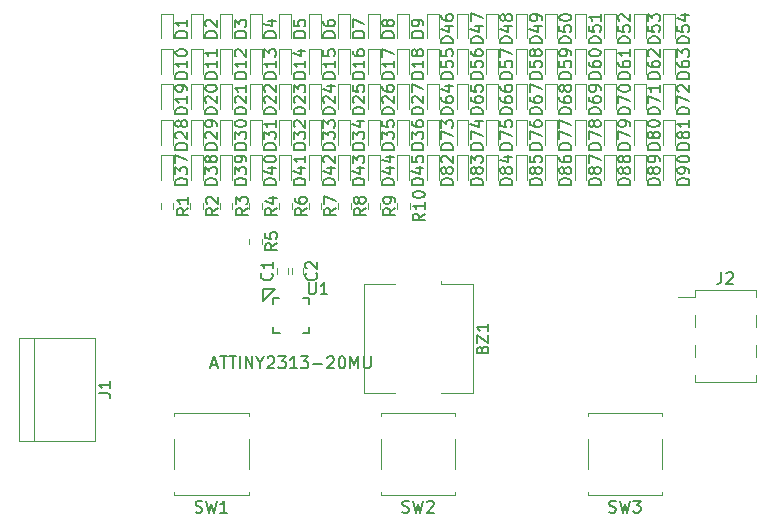
<source format=gbr>
G04 #@! TF.GenerationSoftware,KiCad,Pcbnew,(5.0.0)*
G04 #@! TF.CreationDate,2018-10-16T17:34:38+02:00*
G04 #@! TF.ProjectId,B-timer,422D74696D65722E6B696361645F7063,rev?*
G04 #@! TF.SameCoordinates,Original*
G04 #@! TF.FileFunction,Legend,Top*
G04 #@! TF.FilePolarity,Positive*
%FSLAX46Y46*%
G04 Gerber Fmt 4.6, Leading zero omitted, Abs format (unit mm)*
G04 Created by KiCad (PCBNEW (5.0.0)) date 10/16/18 17:34:38*
%MOMM*%
%LPD*%
G01*
G04 APERTURE LIST*
%ADD10C,0.120000*%
%ADD11C,0.200000*%
%ADD12C,0.150000*%
G04 APERTURE END LIST*
D10*
G04 #@! TO.C,R7*
X123220000Y-73750000D02*
X123220000Y-74250000D01*
X124280000Y-74250000D02*
X124280000Y-73750000D01*
G04 #@! TO.C,J1*
X98720000Y-85150000D02*
X105130000Y-85150000D01*
X99950000Y-93850000D02*
X99950000Y-85150000D01*
X105130000Y-93850000D02*
X98720000Y-93850000D01*
X105130000Y-85150000D02*
X105130000Y-93850000D01*
X98720000Y-85150000D02*
X98720000Y-93850000D01*
G04 #@! TO.C,BZ1*
X134460000Y-80640000D02*
X137110000Y-80640000D01*
X137110000Y-80640000D02*
X137110000Y-89860000D01*
X137110000Y-89860000D02*
X134460000Y-89860000D01*
X130540000Y-89860000D02*
X127890000Y-89860000D01*
X127890000Y-89860000D02*
X127890000Y-80640000D01*
X127890000Y-80640000D02*
X130540000Y-80640000D01*
X134460000Y-80640000D02*
X134460000Y-80310000D01*
G04 #@! TO.C,D1*
X111750000Y-57700000D02*
X111750000Y-59800000D01*
X110750000Y-57700000D02*
X110750000Y-59800000D01*
X111750000Y-57700000D02*
X110750000Y-57700000D01*
G04 #@! TO.C,D2*
X114250000Y-57700000D02*
X114250000Y-59800000D01*
X113250000Y-57700000D02*
X113250000Y-59800000D01*
X114250000Y-57700000D02*
X113250000Y-57700000D01*
G04 #@! TO.C,D3*
X116750000Y-57700000D02*
X115750000Y-57700000D01*
X115750000Y-57700000D02*
X115750000Y-59800000D01*
X116750000Y-57700000D02*
X116750000Y-59800000D01*
G04 #@! TO.C,D4*
X119250000Y-57700000D02*
X118250000Y-57700000D01*
X118250000Y-57700000D02*
X118250000Y-59800000D01*
X119250000Y-57700000D02*
X119250000Y-59800000D01*
G04 #@! TO.C,D5*
X121750000Y-57700000D02*
X121750000Y-59800000D01*
X120750000Y-57700000D02*
X120750000Y-59800000D01*
X121750000Y-57700000D02*
X120750000Y-57700000D01*
G04 #@! TO.C,D6*
X124250000Y-57700000D02*
X123250000Y-57700000D01*
X123250000Y-57700000D02*
X123250000Y-59800000D01*
X124250000Y-57700000D02*
X124250000Y-59800000D01*
G04 #@! TO.C,D7*
X126750000Y-57700000D02*
X126750000Y-59800000D01*
X125750000Y-57700000D02*
X125750000Y-59800000D01*
X126750000Y-57700000D02*
X125750000Y-57700000D01*
G04 #@! TO.C,D8*
X129250000Y-57700000D02*
X128250000Y-57700000D01*
X128250000Y-57700000D02*
X128250000Y-59800000D01*
X129250000Y-57700000D02*
X129250000Y-59800000D01*
G04 #@! TO.C,D9*
X131750000Y-57700000D02*
X131750000Y-59800000D01*
X130750000Y-57700000D02*
X130750000Y-59800000D01*
X131750000Y-57700000D02*
X130750000Y-57700000D01*
G04 #@! TO.C,D10*
X111750000Y-60700000D02*
X110750000Y-60700000D01*
X110750000Y-60700000D02*
X110750000Y-62800000D01*
X111750000Y-60700000D02*
X111750000Y-62800000D01*
G04 #@! TO.C,D11*
X114250000Y-60700000D02*
X114250000Y-62800000D01*
X113250000Y-60700000D02*
X113250000Y-62800000D01*
X114250000Y-60700000D02*
X113250000Y-60700000D01*
G04 #@! TO.C,D12*
X116750000Y-60700000D02*
X115750000Y-60700000D01*
X115750000Y-60700000D02*
X115750000Y-62800000D01*
X116750000Y-60700000D02*
X116750000Y-62800000D01*
G04 #@! TO.C,D13*
X119250000Y-60700000D02*
X119250000Y-62800000D01*
X118250000Y-60700000D02*
X118250000Y-62800000D01*
X119250000Y-60700000D02*
X118250000Y-60700000D01*
G04 #@! TO.C,D14*
X121750000Y-60700000D02*
X120750000Y-60700000D01*
X120750000Y-60700000D02*
X120750000Y-62800000D01*
X121750000Y-60700000D02*
X121750000Y-62800000D01*
G04 #@! TO.C,D15*
X124250000Y-60700000D02*
X124250000Y-62800000D01*
X123250000Y-60700000D02*
X123250000Y-62800000D01*
X124250000Y-60700000D02*
X123250000Y-60700000D01*
G04 #@! TO.C,D16*
X126750000Y-60700000D02*
X125750000Y-60700000D01*
X125750000Y-60700000D02*
X125750000Y-62800000D01*
X126750000Y-60700000D02*
X126750000Y-62800000D01*
G04 #@! TO.C,D17*
X129250000Y-60700000D02*
X128250000Y-60700000D01*
X128250000Y-60700000D02*
X128250000Y-62800000D01*
X129250000Y-60700000D02*
X129250000Y-62800000D01*
G04 #@! TO.C,D18*
X131750000Y-60700000D02*
X131750000Y-62800000D01*
X130750000Y-60700000D02*
X130750000Y-62800000D01*
X131750000Y-60700000D02*
X130750000Y-60700000D01*
G04 #@! TO.C,D19*
X111750000Y-63700000D02*
X111750000Y-65800000D01*
X110750000Y-63700000D02*
X110750000Y-65800000D01*
X111750000Y-63700000D02*
X110750000Y-63700000D01*
G04 #@! TO.C,D20*
X114250000Y-63700000D02*
X113250000Y-63700000D01*
X113250000Y-63700000D02*
X113250000Y-65800000D01*
X114250000Y-63700000D02*
X114250000Y-65800000D01*
G04 #@! TO.C,D21*
X116750000Y-63700000D02*
X116750000Y-65800000D01*
X115750000Y-63700000D02*
X115750000Y-65800000D01*
X116750000Y-63700000D02*
X115750000Y-63700000D01*
G04 #@! TO.C,D22*
X119250000Y-63700000D02*
X118250000Y-63700000D01*
X118250000Y-63700000D02*
X118250000Y-65800000D01*
X119250000Y-63700000D02*
X119250000Y-65800000D01*
G04 #@! TO.C,D23*
X121750000Y-63700000D02*
X121750000Y-65800000D01*
X120750000Y-63700000D02*
X120750000Y-65800000D01*
X121750000Y-63700000D02*
X120750000Y-63700000D01*
G04 #@! TO.C,D24*
X124250000Y-63700000D02*
X123250000Y-63700000D01*
X123250000Y-63700000D02*
X123250000Y-65800000D01*
X124250000Y-63700000D02*
X124250000Y-65800000D01*
G04 #@! TO.C,D25*
X126750000Y-63700000D02*
X126750000Y-65800000D01*
X125750000Y-63700000D02*
X125750000Y-65800000D01*
X126750000Y-63700000D02*
X125750000Y-63700000D01*
G04 #@! TO.C,D26*
X129250000Y-63700000D02*
X128250000Y-63700000D01*
X128250000Y-63700000D02*
X128250000Y-65800000D01*
X129250000Y-63700000D02*
X129250000Y-65800000D01*
G04 #@! TO.C,D27*
X131750000Y-63700000D02*
X131750000Y-65800000D01*
X130750000Y-63700000D02*
X130750000Y-65800000D01*
X131750000Y-63700000D02*
X130750000Y-63700000D01*
G04 #@! TO.C,D28*
X111750000Y-66700000D02*
X110750000Y-66700000D01*
X110750000Y-66700000D02*
X110750000Y-68800000D01*
X111750000Y-66700000D02*
X111750000Y-68800000D01*
G04 #@! TO.C,D29*
X114250000Y-66700000D02*
X114250000Y-68800000D01*
X113250000Y-66700000D02*
X113250000Y-68800000D01*
X114250000Y-66700000D02*
X113250000Y-66700000D01*
G04 #@! TO.C,D30*
X116750000Y-66700000D02*
X115750000Y-66700000D01*
X115750000Y-66700000D02*
X115750000Y-68800000D01*
X116750000Y-66700000D02*
X116750000Y-68800000D01*
G04 #@! TO.C,D31*
X119250000Y-66700000D02*
X119250000Y-68800000D01*
X118250000Y-66700000D02*
X118250000Y-68800000D01*
X119250000Y-66700000D02*
X118250000Y-66700000D01*
G04 #@! TO.C,D32*
X121750000Y-66700000D02*
X120750000Y-66700000D01*
X120750000Y-66700000D02*
X120750000Y-68800000D01*
X121750000Y-66700000D02*
X121750000Y-68800000D01*
G04 #@! TO.C,D33*
X124250000Y-66700000D02*
X123250000Y-66700000D01*
X123250000Y-66700000D02*
X123250000Y-68800000D01*
X124250000Y-66700000D02*
X124250000Y-68800000D01*
G04 #@! TO.C,D34*
X126750000Y-66700000D02*
X125750000Y-66700000D01*
X125750000Y-66700000D02*
X125750000Y-68800000D01*
X126750000Y-66700000D02*
X126750000Y-68800000D01*
G04 #@! TO.C,D35*
X129250000Y-66700000D02*
X128250000Y-66700000D01*
X128250000Y-66700000D02*
X128250000Y-68800000D01*
X129250000Y-66700000D02*
X129250000Y-68800000D01*
G04 #@! TO.C,D36*
X131750000Y-66700000D02*
X131750000Y-68800000D01*
X130750000Y-66700000D02*
X130750000Y-68800000D01*
X131750000Y-66700000D02*
X130750000Y-66700000D01*
G04 #@! TO.C,D37*
X111750000Y-69700000D02*
X111750000Y-71800000D01*
X110750000Y-69700000D02*
X110750000Y-71800000D01*
X111750000Y-69700000D02*
X110750000Y-69700000D01*
G04 #@! TO.C,D38*
X114250000Y-69700000D02*
X113250000Y-69700000D01*
X113250000Y-69700000D02*
X113250000Y-71800000D01*
X114250000Y-69700000D02*
X114250000Y-71800000D01*
G04 #@! TO.C,D39*
X116750000Y-69700000D02*
X116750000Y-71800000D01*
X115750000Y-69700000D02*
X115750000Y-71800000D01*
X116750000Y-69700000D02*
X115750000Y-69700000D01*
G04 #@! TO.C,D40*
X119250000Y-69700000D02*
X118250000Y-69700000D01*
X118250000Y-69700000D02*
X118250000Y-71800000D01*
X119250000Y-69700000D02*
X119250000Y-71800000D01*
G04 #@! TO.C,D41*
X121750000Y-69700000D02*
X121750000Y-71800000D01*
X120750000Y-69700000D02*
X120750000Y-71800000D01*
X121750000Y-69700000D02*
X120750000Y-69700000D01*
G04 #@! TO.C,D42*
X124250000Y-69700000D02*
X124250000Y-71800000D01*
X123250000Y-69700000D02*
X123250000Y-71800000D01*
X124250000Y-69700000D02*
X123250000Y-69700000D01*
G04 #@! TO.C,D43*
X126750000Y-69700000D02*
X126750000Y-71800000D01*
X125750000Y-69700000D02*
X125750000Y-71800000D01*
X126750000Y-69700000D02*
X125750000Y-69700000D01*
G04 #@! TO.C,D44*
X129250000Y-69700000D02*
X128250000Y-69700000D01*
X128250000Y-69700000D02*
X128250000Y-71800000D01*
X129250000Y-69700000D02*
X129250000Y-71800000D01*
G04 #@! TO.C,D45*
X131750000Y-69700000D02*
X131750000Y-71800000D01*
X130750000Y-69700000D02*
X130750000Y-71800000D01*
X131750000Y-69700000D02*
X130750000Y-69700000D01*
G04 #@! TO.C,D46*
X134250000Y-57700000D02*
X133250000Y-57700000D01*
X133250000Y-57700000D02*
X133250000Y-59800000D01*
X134250000Y-57700000D02*
X134250000Y-59800000D01*
G04 #@! TO.C,D47*
X136750000Y-57700000D02*
X136750000Y-59800000D01*
X135750000Y-57700000D02*
X135750000Y-59800000D01*
X136750000Y-57700000D02*
X135750000Y-57700000D01*
G04 #@! TO.C,D48*
X139250000Y-57700000D02*
X138250000Y-57700000D01*
X138250000Y-57700000D02*
X138250000Y-59800000D01*
X139250000Y-57700000D02*
X139250000Y-59800000D01*
G04 #@! TO.C,D49*
X141750000Y-57700000D02*
X141750000Y-59800000D01*
X140750000Y-57700000D02*
X140750000Y-59800000D01*
X141750000Y-57700000D02*
X140750000Y-57700000D01*
G04 #@! TO.C,D50*
X144250000Y-57700000D02*
X143250000Y-57700000D01*
X143250000Y-57700000D02*
X143250000Y-59800000D01*
X144250000Y-57700000D02*
X144250000Y-59800000D01*
G04 #@! TO.C,D51*
X146750000Y-57700000D02*
X145750000Y-57700000D01*
X145750000Y-57700000D02*
X145750000Y-59800000D01*
X146750000Y-57700000D02*
X146750000Y-59800000D01*
G04 #@! TO.C,D52*
X149250000Y-57700000D02*
X149250000Y-59800000D01*
X148250000Y-57700000D02*
X148250000Y-59800000D01*
X149250000Y-57700000D02*
X148250000Y-57700000D01*
G04 #@! TO.C,D53*
X151750000Y-57700000D02*
X150750000Y-57700000D01*
X150750000Y-57700000D02*
X150750000Y-59800000D01*
X151750000Y-57700000D02*
X151750000Y-59800000D01*
G04 #@! TO.C,D54*
X154250000Y-57700000D02*
X154250000Y-59800000D01*
X153250000Y-57700000D02*
X153250000Y-59800000D01*
X154250000Y-57700000D02*
X153250000Y-57700000D01*
G04 #@! TO.C,D55*
X134250000Y-60700000D02*
X134250000Y-62800000D01*
X133250000Y-60700000D02*
X133250000Y-62800000D01*
X134250000Y-60700000D02*
X133250000Y-60700000D01*
G04 #@! TO.C,D56*
X136750000Y-60700000D02*
X135750000Y-60700000D01*
X135750000Y-60700000D02*
X135750000Y-62800000D01*
X136750000Y-60700000D02*
X136750000Y-62800000D01*
G04 #@! TO.C,D57*
X139250000Y-60700000D02*
X139250000Y-62800000D01*
X138250000Y-60700000D02*
X138250000Y-62800000D01*
X139250000Y-60700000D02*
X138250000Y-60700000D01*
G04 #@! TO.C,D58*
X141750000Y-60700000D02*
X140750000Y-60700000D01*
X140750000Y-60700000D02*
X140750000Y-62800000D01*
X141750000Y-60700000D02*
X141750000Y-62800000D01*
G04 #@! TO.C,D59*
X144250000Y-60700000D02*
X144250000Y-62800000D01*
X143250000Y-60700000D02*
X143250000Y-62800000D01*
X144250000Y-60700000D02*
X143250000Y-60700000D01*
G04 #@! TO.C,D60*
X146750000Y-60700000D02*
X145750000Y-60700000D01*
X145750000Y-60700000D02*
X145750000Y-62800000D01*
X146750000Y-60700000D02*
X146750000Y-62800000D01*
G04 #@! TO.C,D61*
X149250000Y-60700000D02*
X149250000Y-62800000D01*
X148250000Y-60700000D02*
X148250000Y-62800000D01*
X149250000Y-60700000D02*
X148250000Y-60700000D01*
G04 #@! TO.C,D62*
X151750000Y-60700000D02*
X150750000Y-60700000D01*
X150750000Y-60700000D02*
X150750000Y-62800000D01*
X151750000Y-60700000D02*
X151750000Y-62800000D01*
G04 #@! TO.C,D63*
X154250000Y-60700000D02*
X154250000Y-62800000D01*
X153250000Y-60700000D02*
X153250000Y-62800000D01*
X154250000Y-60700000D02*
X153250000Y-60700000D01*
G04 #@! TO.C,D64*
X134250000Y-63700000D02*
X133250000Y-63700000D01*
X133250000Y-63700000D02*
X133250000Y-65800000D01*
X134250000Y-63700000D02*
X134250000Y-65800000D01*
G04 #@! TO.C,D65*
X136750000Y-63700000D02*
X136750000Y-65800000D01*
X135750000Y-63700000D02*
X135750000Y-65800000D01*
X136750000Y-63700000D02*
X135750000Y-63700000D01*
G04 #@! TO.C,D66*
X139250000Y-63700000D02*
X138250000Y-63700000D01*
X138250000Y-63700000D02*
X138250000Y-65800000D01*
X139250000Y-63700000D02*
X139250000Y-65800000D01*
G04 #@! TO.C,D67*
X141750000Y-63700000D02*
X141750000Y-65800000D01*
X140750000Y-63700000D02*
X140750000Y-65800000D01*
X141750000Y-63700000D02*
X140750000Y-63700000D01*
G04 #@! TO.C,D68*
X144250000Y-63700000D02*
X143250000Y-63700000D01*
X143250000Y-63700000D02*
X143250000Y-65800000D01*
X144250000Y-63700000D02*
X144250000Y-65800000D01*
G04 #@! TO.C,D69*
X146750000Y-63700000D02*
X146750000Y-65800000D01*
X145750000Y-63700000D02*
X145750000Y-65800000D01*
X146750000Y-63700000D02*
X145750000Y-63700000D01*
G04 #@! TO.C,D70*
X149250000Y-63700000D02*
X148250000Y-63700000D01*
X148250000Y-63700000D02*
X148250000Y-65800000D01*
X149250000Y-63700000D02*
X149250000Y-65800000D01*
G04 #@! TO.C,D71*
X151750000Y-63700000D02*
X150750000Y-63700000D01*
X150750000Y-63700000D02*
X150750000Y-65800000D01*
X151750000Y-63700000D02*
X151750000Y-65800000D01*
G04 #@! TO.C,D72*
X154250000Y-63700000D02*
X154250000Y-65800000D01*
X153250000Y-63700000D02*
X153250000Y-65800000D01*
X154250000Y-63700000D02*
X153250000Y-63700000D01*
G04 #@! TO.C,D73*
X134250000Y-66700000D02*
X134250000Y-68800000D01*
X133250000Y-66700000D02*
X133250000Y-68800000D01*
X134250000Y-66700000D02*
X133250000Y-66700000D01*
G04 #@! TO.C,D74*
X136750000Y-66700000D02*
X135750000Y-66700000D01*
X135750000Y-66700000D02*
X135750000Y-68800000D01*
X136750000Y-66700000D02*
X136750000Y-68800000D01*
G04 #@! TO.C,D75*
X139250000Y-66700000D02*
X139250000Y-68800000D01*
X138250000Y-66700000D02*
X138250000Y-68800000D01*
X139250000Y-66700000D02*
X138250000Y-66700000D01*
G04 #@! TO.C,D76*
X141750000Y-66700000D02*
X140750000Y-66700000D01*
X140750000Y-66700000D02*
X140750000Y-68800000D01*
X141750000Y-66700000D02*
X141750000Y-68800000D01*
G04 #@! TO.C,D77*
X144250000Y-66700000D02*
X144250000Y-68800000D01*
X143250000Y-66700000D02*
X143250000Y-68800000D01*
X144250000Y-66700000D02*
X143250000Y-66700000D01*
G04 #@! TO.C,D78*
X146750000Y-66700000D02*
X146750000Y-68800000D01*
X145750000Y-66700000D02*
X145750000Y-68800000D01*
X146750000Y-66700000D02*
X145750000Y-66700000D01*
G04 #@! TO.C,D79*
X149250000Y-66700000D02*
X148250000Y-66700000D01*
X148250000Y-66700000D02*
X148250000Y-68800000D01*
X149250000Y-66700000D02*
X149250000Y-68800000D01*
G04 #@! TO.C,D80*
X151750000Y-66700000D02*
X150750000Y-66700000D01*
X150750000Y-66700000D02*
X150750000Y-68800000D01*
X151750000Y-66700000D02*
X151750000Y-68800000D01*
G04 #@! TO.C,D81*
X154250000Y-66700000D02*
X153250000Y-66700000D01*
X153250000Y-66700000D02*
X153250000Y-68800000D01*
X154250000Y-66700000D02*
X154250000Y-68800000D01*
G04 #@! TO.C,D82*
X134250000Y-69700000D02*
X134250000Y-71800000D01*
X133250000Y-69700000D02*
X133250000Y-71800000D01*
X134250000Y-69700000D02*
X133250000Y-69700000D01*
G04 #@! TO.C,D83*
X136750000Y-69700000D02*
X135750000Y-69700000D01*
X135750000Y-69700000D02*
X135750000Y-71800000D01*
X136750000Y-69700000D02*
X136750000Y-71800000D01*
G04 #@! TO.C,D84*
X139250000Y-69700000D02*
X139250000Y-71800000D01*
X138250000Y-69700000D02*
X138250000Y-71800000D01*
X139250000Y-69700000D02*
X138250000Y-69700000D01*
G04 #@! TO.C,D85*
X141750000Y-69700000D02*
X140750000Y-69700000D01*
X140750000Y-69700000D02*
X140750000Y-71800000D01*
X141750000Y-69700000D02*
X141750000Y-71800000D01*
G04 #@! TO.C,D86*
X144250000Y-69700000D02*
X144250000Y-71800000D01*
X143250000Y-69700000D02*
X143250000Y-71800000D01*
X144250000Y-69700000D02*
X143250000Y-69700000D01*
G04 #@! TO.C,D87*
X146750000Y-69700000D02*
X145750000Y-69700000D01*
X145750000Y-69700000D02*
X145750000Y-71800000D01*
X146750000Y-69700000D02*
X146750000Y-71800000D01*
G04 #@! TO.C,D88*
X149250000Y-69700000D02*
X149250000Y-71800000D01*
X148250000Y-69700000D02*
X148250000Y-71800000D01*
X149250000Y-69700000D02*
X148250000Y-69700000D01*
G04 #@! TO.C,D89*
X151750000Y-69700000D02*
X150750000Y-69700000D01*
X150750000Y-69700000D02*
X150750000Y-71800000D01*
X151750000Y-69700000D02*
X151750000Y-71800000D01*
G04 #@! TO.C,D90*
X154250000Y-69700000D02*
X154250000Y-71800000D01*
X153250000Y-69700000D02*
X153250000Y-71800000D01*
X154250000Y-69700000D02*
X153250000Y-69700000D01*
G04 #@! TO.C,J2*
X161100000Y-85760000D02*
X161100000Y-86780000D01*
X155900000Y-85760000D02*
X155900000Y-86780000D01*
X161100000Y-83220000D02*
X161100000Y-84240000D01*
X155900000Y-83220000D02*
X155900000Y-84240000D01*
X161100000Y-88300000D02*
X161100000Y-88870000D01*
X155900000Y-88300000D02*
X155900000Y-88870000D01*
X161100000Y-81130000D02*
X161100000Y-81700000D01*
X155900000Y-81130000D02*
X155900000Y-81700000D01*
X154460000Y-81700000D02*
X155900000Y-81700000D01*
X155900000Y-88870000D02*
X161100000Y-88870000D01*
X155900000Y-81130000D02*
X161100000Y-81130000D01*
G04 #@! TO.C,R1*
X111780000Y-74250000D02*
X111780000Y-73750000D01*
X110720000Y-73750000D02*
X110720000Y-74250000D01*
G04 #@! TO.C,R2*
X113220000Y-73750000D02*
X113220000Y-74250000D01*
X114280000Y-74250000D02*
X114280000Y-73750000D01*
G04 #@! TO.C,R3*
X116780000Y-74250000D02*
X116780000Y-73750000D01*
X115720000Y-73750000D02*
X115720000Y-74250000D01*
G04 #@! TO.C,R4*
X118220000Y-73750000D02*
X118220000Y-74250000D01*
X119280000Y-74250000D02*
X119280000Y-73750000D01*
G04 #@! TO.C,R5*
X119280000Y-77250000D02*
X119280000Y-76750000D01*
X118220000Y-76750000D02*
X118220000Y-77250000D01*
G04 #@! TO.C,R6*
X120720000Y-73750000D02*
X120720000Y-74250000D01*
X121780000Y-74250000D02*
X121780000Y-73750000D01*
G04 #@! TO.C,R8*
X126780000Y-74250000D02*
X126780000Y-73750000D01*
X125720000Y-73750000D02*
X125720000Y-74250000D01*
G04 #@! TO.C,R9*
X128220000Y-73750000D02*
X128220000Y-74250000D01*
X129280000Y-74250000D02*
X129280000Y-73750000D01*
G04 #@! TO.C,R10*
X131780000Y-74250000D02*
X131780000Y-73750000D01*
X130720000Y-73750000D02*
X130720000Y-74250000D01*
G04 #@! TO.C,SW1*
X118150000Y-98200000D02*
X118150000Y-98450000D01*
X118150000Y-98450000D02*
X111850000Y-98450000D01*
X111850000Y-98450000D02*
X111850000Y-98200000D01*
X118150000Y-93700000D02*
X118150000Y-96300000D01*
X111850000Y-91800000D02*
X111850000Y-91550000D01*
X111850000Y-91550000D02*
X118150000Y-91550000D01*
X118150000Y-91550000D02*
X118150000Y-91800000D01*
X111850000Y-96300000D02*
X111850000Y-93700000D01*
G04 #@! TO.C,SW2*
X129350000Y-96300000D02*
X129350000Y-93700000D01*
X135650000Y-91550000D02*
X135650000Y-91800000D01*
X129350000Y-91550000D02*
X135650000Y-91550000D01*
X129350000Y-91800000D02*
X129350000Y-91550000D01*
X135650000Y-93700000D02*
X135650000Y-96300000D01*
X129350000Y-98450000D02*
X129350000Y-98200000D01*
X135650000Y-98450000D02*
X129350000Y-98450000D01*
X135650000Y-98200000D02*
X135650000Y-98450000D01*
G04 #@! TO.C,SW3*
X146850000Y-96300000D02*
X146850000Y-93700000D01*
X153150000Y-91550000D02*
X153150000Y-91800000D01*
X146850000Y-91550000D02*
X153150000Y-91550000D01*
X146850000Y-91800000D02*
X146850000Y-91550000D01*
X153150000Y-93700000D02*
X153150000Y-96300000D01*
X146850000Y-98450000D02*
X146850000Y-98200000D01*
X153150000Y-98450000D02*
X146850000Y-98450000D01*
X153150000Y-98200000D02*
X153150000Y-98450000D01*
D11*
G04 #@! TO.C,U1*
X120422000Y-81056000D02*
X119406000Y-81056000D01*
X119406000Y-81056000D02*
X119406000Y-82072000D01*
X119406000Y-82072000D02*
X120422000Y-81056000D01*
X120250000Y-82300000D02*
X120250000Y-81792000D01*
X120250000Y-81750000D02*
X120750000Y-81750000D01*
X120800000Y-84750000D02*
X120292000Y-84750000D01*
X120250000Y-84750000D02*
X120250000Y-84250000D01*
X122750000Y-84750000D02*
X123250000Y-84750000D01*
X123250000Y-84750000D02*
X123250000Y-84250000D01*
X123250000Y-81750000D02*
X122750000Y-81750000D01*
X123250000Y-82250000D02*
X123250000Y-81750000D01*
D10*
G04 #@! TO.C,C1*
X120530000Y-79250000D02*
X120530000Y-79750000D01*
X121470000Y-79750000D02*
X121470000Y-79250000D01*
G04 #@! TO.C,C2*
X122720000Y-79750000D02*
X122720000Y-79250000D01*
X121780000Y-79250000D02*
X121780000Y-79750000D01*
G04 #@! TO.C,R7*
D12*
X125552380Y-74166666D02*
X125076190Y-74500000D01*
X125552380Y-74738095D02*
X124552380Y-74738095D01*
X124552380Y-74357142D01*
X124600000Y-74261904D01*
X124647619Y-74214285D01*
X124742857Y-74166666D01*
X124885714Y-74166666D01*
X124980952Y-74214285D01*
X125028571Y-74261904D01*
X125076190Y-74357142D01*
X125076190Y-74738095D01*
X124552380Y-73833333D02*
X124552380Y-73166666D01*
X125552380Y-73595238D01*
G04 #@! TO.C,J1*
X105442380Y-89833333D02*
X106156666Y-89833333D01*
X106299523Y-89880952D01*
X106394761Y-89976190D01*
X106442380Y-90119047D01*
X106442380Y-90214285D01*
X106442380Y-88833333D02*
X106442380Y-89404761D01*
X106442380Y-89119047D02*
X105442380Y-89119047D01*
X105585238Y-89214285D01*
X105680476Y-89309523D01*
X105728095Y-89404761D01*
G04 #@! TO.C,BZ1*
X137928571Y-86130952D02*
X137976190Y-85988095D01*
X138023809Y-85940476D01*
X138119047Y-85892857D01*
X138261904Y-85892857D01*
X138357142Y-85940476D01*
X138404761Y-85988095D01*
X138452380Y-86083333D01*
X138452380Y-86464285D01*
X137452380Y-86464285D01*
X137452380Y-86130952D01*
X137500000Y-86035714D01*
X137547619Y-85988095D01*
X137642857Y-85940476D01*
X137738095Y-85940476D01*
X137833333Y-85988095D01*
X137880952Y-86035714D01*
X137928571Y-86130952D01*
X137928571Y-86464285D01*
X137452380Y-85559523D02*
X137452380Y-84892857D01*
X138452380Y-85559523D01*
X138452380Y-84892857D01*
X138452380Y-83988095D02*
X138452380Y-84559523D01*
X138452380Y-84273809D02*
X137452380Y-84273809D01*
X137595238Y-84369047D01*
X137690476Y-84464285D01*
X137738095Y-84559523D01*
G04 #@! TO.C,D1*
X112952380Y-59738095D02*
X111952380Y-59738095D01*
X111952380Y-59500000D01*
X112000000Y-59357142D01*
X112095238Y-59261904D01*
X112190476Y-59214285D01*
X112380952Y-59166666D01*
X112523809Y-59166666D01*
X112714285Y-59214285D01*
X112809523Y-59261904D01*
X112904761Y-59357142D01*
X112952380Y-59500000D01*
X112952380Y-59738095D01*
X112952380Y-58214285D02*
X112952380Y-58785714D01*
X112952380Y-58500000D02*
X111952380Y-58500000D01*
X112095238Y-58595238D01*
X112190476Y-58690476D01*
X112238095Y-58785714D01*
G04 #@! TO.C,D2*
X115452380Y-59738095D02*
X114452380Y-59738095D01*
X114452380Y-59500000D01*
X114500000Y-59357142D01*
X114595238Y-59261904D01*
X114690476Y-59214285D01*
X114880952Y-59166666D01*
X115023809Y-59166666D01*
X115214285Y-59214285D01*
X115309523Y-59261904D01*
X115404761Y-59357142D01*
X115452380Y-59500000D01*
X115452380Y-59738095D01*
X114547619Y-58785714D02*
X114500000Y-58738095D01*
X114452380Y-58642857D01*
X114452380Y-58404761D01*
X114500000Y-58309523D01*
X114547619Y-58261904D01*
X114642857Y-58214285D01*
X114738095Y-58214285D01*
X114880952Y-58261904D01*
X115452380Y-58833333D01*
X115452380Y-58214285D01*
G04 #@! TO.C,D3*
X117952380Y-59738095D02*
X116952380Y-59738095D01*
X116952380Y-59500000D01*
X117000000Y-59357142D01*
X117095238Y-59261904D01*
X117190476Y-59214285D01*
X117380952Y-59166666D01*
X117523809Y-59166666D01*
X117714285Y-59214285D01*
X117809523Y-59261904D01*
X117904761Y-59357142D01*
X117952380Y-59500000D01*
X117952380Y-59738095D01*
X116952380Y-58833333D02*
X116952380Y-58214285D01*
X117333333Y-58547619D01*
X117333333Y-58404761D01*
X117380952Y-58309523D01*
X117428571Y-58261904D01*
X117523809Y-58214285D01*
X117761904Y-58214285D01*
X117857142Y-58261904D01*
X117904761Y-58309523D01*
X117952380Y-58404761D01*
X117952380Y-58690476D01*
X117904761Y-58785714D01*
X117857142Y-58833333D01*
G04 #@! TO.C,D4*
X120452380Y-59738095D02*
X119452380Y-59738095D01*
X119452380Y-59500000D01*
X119500000Y-59357142D01*
X119595238Y-59261904D01*
X119690476Y-59214285D01*
X119880952Y-59166666D01*
X120023809Y-59166666D01*
X120214285Y-59214285D01*
X120309523Y-59261904D01*
X120404761Y-59357142D01*
X120452380Y-59500000D01*
X120452380Y-59738095D01*
X119785714Y-58309523D02*
X120452380Y-58309523D01*
X119404761Y-58547619D02*
X120119047Y-58785714D01*
X120119047Y-58166666D01*
G04 #@! TO.C,D5*
X122952380Y-59738095D02*
X121952380Y-59738095D01*
X121952380Y-59500000D01*
X122000000Y-59357142D01*
X122095238Y-59261904D01*
X122190476Y-59214285D01*
X122380952Y-59166666D01*
X122523809Y-59166666D01*
X122714285Y-59214285D01*
X122809523Y-59261904D01*
X122904761Y-59357142D01*
X122952380Y-59500000D01*
X122952380Y-59738095D01*
X121952380Y-58261904D02*
X121952380Y-58738095D01*
X122428571Y-58785714D01*
X122380952Y-58738095D01*
X122333333Y-58642857D01*
X122333333Y-58404761D01*
X122380952Y-58309523D01*
X122428571Y-58261904D01*
X122523809Y-58214285D01*
X122761904Y-58214285D01*
X122857142Y-58261904D01*
X122904761Y-58309523D01*
X122952380Y-58404761D01*
X122952380Y-58642857D01*
X122904761Y-58738095D01*
X122857142Y-58785714D01*
G04 #@! TO.C,D6*
X125452380Y-59738095D02*
X124452380Y-59738095D01*
X124452380Y-59500000D01*
X124500000Y-59357142D01*
X124595238Y-59261904D01*
X124690476Y-59214285D01*
X124880952Y-59166666D01*
X125023809Y-59166666D01*
X125214285Y-59214285D01*
X125309523Y-59261904D01*
X125404761Y-59357142D01*
X125452380Y-59500000D01*
X125452380Y-59738095D01*
X124452380Y-58309523D02*
X124452380Y-58500000D01*
X124500000Y-58595238D01*
X124547619Y-58642857D01*
X124690476Y-58738095D01*
X124880952Y-58785714D01*
X125261904Y-58785714D01*
X125357142Y-58738095D01*
X125404761Y-58690476D01*
X125452380Y-58595238D01*
X125452380Y-58404761D01*
X125404761Y-58309523D01*
X125357142Y-58261904D01*
X125261904Y-58214285D01*
X125023809Y-58214285D01*
X124928571Y-58261904D01*
X124880952Y-58309523D01*
X124833333Y-58404761D01*
X124833333Y-58595238D01*
X124880952Y-58690476D01*
X124928571Y-58738095D01*
X125023809Y-58785714D01*
G04 #@! TO.C,D7*
X127952380Y-59738095D02*
X126952380Y-59738095D01*
X126952380Y-59500000D01*
X127000000Y-59357142D01*
X127095238Y-59261904D01*
X127190476Y-59214285D01*
X127380952Y-59166666D01*
X127523809Y-59166666D01*
X127714285Y-59214285D01*
X127809523Y-59261904D01*
X127904761Y-59357142D01*
X127952380Y-59500000D01*
X127952380Y-59738095D01*
X126952380Y-58833333D02*
X126952380Y-58166666D01*
X127952380Y-58595238D01*
G04 #@! TO.C,D8*
X130452380Y-59738095D02*
X129452380Y-59738095D01*
X129452380Y-59500000D01*
X129500000Y-59357142D01*
X129595238Y-59261904D01*
X129690476Y-59214285D01*
X129880952Y-59166666D01*
X130023809Y-59166666D01*
X130214285Y-59214285D01*
X130309523Y-59261904D01*
X130404761Y-59357142D01*
X130452380Y-59500000D01*
X130452380Y-59738095D01*
X129880952Y-58595238D02*
X129833333Y-58690476D01*
X129785714Y-58738095D01*
X129690476Y-58785714D01*
X129642857Y-58785714D01*
X129547619Y-58738095D01*
X129500000Y-58690476D01*
X129452380Y-58595238D01*
X129452380Y-58404761D01*
X129500000Y-58309523D01*
X129547619Y-58261904D01*
X129642857Y-58214285D01*
X129690476Y-58214285D01*
X129785714Y-58261904D01*
X129833333Y-58309523D01*
X129880952Y-58404761D01*
X129880952Y-58595238D01*
X129928571Y-58690476D01*
X129976190Y-58738095D01*
X130071428Y-58785714D01*
X130261904Y-58785714D01*
X130357142Y-58738095D01*
X130404761Y-58690476D01*
X130452380Y-58595238D01*
X130452380Y-58404761D01*
X130404761Y-58309523D01*
X130357142Y-58261904D01*
X130261904Y-58214285D01*
X130071428Y-58214285D01*
X129976190Y-58261904D01*
X129928571Y-58309523D01*
X129880952Y-58404761D01*
G04 #@! TO.C,D9*
X132952380Y-59738095D02*
X131952380Y-59738095D01*
X131952380Y-59500000D01*
X132000000Y-59357142D01*
X132095238Y-59261904D01*
X132190476Y-59214285D01*
X132380952Y-59166666D01*
X132523809Y-59166666D01*
X132714285Y-59214285D01*
X132809523Y-59261904D01*
X132904761Y-59357142D01*
X132952380Y-59500000D01*
X132952380Y-59738095D01*
X132952380Y-58690476D02*
X132952380Y-58500000D01*
X132904761Y-58404761D01*
X132857142Y-58357142D01*
X132714285Y-58261904D01*
X132523809Y-58214285D01*
X132142857Y-58214285D01*
X132047619Y-58261904D01*
X132000000Y-58309523D01*
X131952380Y-58404761D01*
X131952380Y-58595238D01*
X132000000Y-58690476D01*
X132047619Y-58738095D01*
X132142857Y-58785714D01*
X132380952Y-58785714D01*
X132476190Y-58738095D01*
X132523809Y-58690476D01*
X132571428Y-58595238D01*
X132571428Y-58404761D01*
X132523809Y-58309523D01*
X132476190Y-58261904D01*
X132380952Y-58214285D01*
G04 #@! TO.C,D10*
X112952380Y-63214285D02*
X111952380Y-63214285D01*
X111952380Y-62976190D01*
X112000000Y-62833333D01*
X112095238Y-62738095D01*
X112190476Y-62690476D01*
X112380952Y-62642857D01*
X112523809Y-62642857D01*
X112714285Y-62690476D01*
X112809523Y-62738095D01*
X112904761Y-62833333D01*
X112952380Y-62976190D01*
X112952380Y-63214285D01*
X112952380Y-61690476D02*
X112952380Y-62261904D01*
X112952380Y-61976190D02*
X111952380Y-61976190D01*
X112095238Y-62071428D01*
X112190476Y-62166666D01*
X112238095Y-62261904D01*
X111952380Y-61071428D02*
X111952380Y-60976190D01*
X112000000Y-60880952D01*
X112047619Y-60833333D01*
X112142857Y-60785714D01*
X112333333Y-60738095D01*
X112571428Y-60738095D01*
X112761904Y-60785714D01*
X112857142Y-60833333D01*
X112904761Y-60880952D01*
X112952380Y-60976190D01*
X112952380Y-61071428D01*
X112904761Y-61166666D01*
X112857142Y-61214285D01*
X112761904Y-61261904D01*
X112571428Y-61309523D01*
X112333333Y-61309523D01*
X112142857Y-61261904D01*
X112047619Y-61214285D01*
X112000000Y-61166666D01*
X111952380Y-61071428D01*
G04 #@! TO.C,D11*
X115452380Y-63214285D02*
X114452380Y-63214285D01*
X114452380Y-62976190D01*
X114500000Y-62833333D01*
X114595238Y-62738095D01*
X114690476Y-62690476D01*
X114880952Y-62642857D01*
X115023809Y-62642857D01*
X115214285Y-62690476D01*
X115309523Y-62738095D01*
X115404761Y-62833333D01*
X115452380Y-62976190D01*
X115452380Y-63214285D01*
X115452380Y-61690476D02*
X115452380Y-62261904D01*
X115452380Y-61976190D02*
X114452380Y-61976190D01*
X114595238Y-62071428D01*
X114690476Y-62166666D01*
X114738095Y-62261904D01*
X115452380Y-60738095D02*
X115452380Y-61309523D01*
X115452380Y-61023809D02*
X114452380Y-61023809D01*
X114595238Y-61119047D01*
X114690476Y-61214285D01*
X114738095Y-61309523D01*
G04 #@! TO.C,D12*
X117952380Y-63214285D02*
X116952380Y-63214285D01*
X116952380Y-62976190D01*
X117000000Y-62833333D01*
X117095238Y-62738095D01*
X117190476Y-62690476D01*
X117380952Y-62642857D01*
X117523809Y-62642857D01*
X117714285Y-62690476D01*
X117809523Y-62738095D01*
X117904761Y-62833333D01*
X117952380Y-62976190D01*
X117952380Y-63214285D01*
X117952380Y-61690476D02*
X117952380Y-62261904D01*
X117952380Y-61976190D02*
X116952380Y-61976190D01*
X117095238Y-62071428D01*
X117190476Y-62166666D01*
X117238095Y-62261904D01*
X117047619Y-61309523D02*
X117000000Y-61261904D01*
X116952380Y-61166666D01*
X116952380Y-60928571D01*
X117000000Y-60833333D01*
X117047619Y-60785714D01*
X117142857Y-60738095D01*
X117238095Y-60738095D01*
X117380952Y-60785714D01*
X117952380Y-61357142D01*
X117952380Y-60738095D01*
G04 #@! TO.C,D13*
X120452380Y-63214285D02*
X119452380Y-63214285D01*
X119452380Y-62976190D01*
X119500000Y-62833333D01*
X119595238Y-62738095D01*
X119690476Y-62690476D01*
X119880952Y-62642857D01*
X120023809Y-62642857D01*
X120214285Y-62690476D01*
X120309523Y-62738095D01*
X120404761Y-62833333D01*
X120452380Y-62976190D01*
X120452380Y-63214285D01*
X120452380Y-61690476D02*
X120452380Y-62261904D01*
X120452380Y-61976190D02*
X119452380Y-61976190D01*
X119595238Y-62071428D01*
X119690476Y-62166666D01*
X119738095Y-62261904D01*
X119452380Y-61357142D02*
X119452380Y-60738095D01*
X119833333Y-61071428D01*
X119833333Y-60928571D01*
X119880952Y-60833333D01*
X119928571Y-60785714D01*
X120023809Y-60738095D01*
X120261904Y-60738095D01*
X120357142Y-60785714D01*
X120404761Y-60833333D01*
X120452380Y-60928571D01*
X120452380Y-61214285D01*
X120404761Y-61309523D01*
X120357142Y-61357142D01*
G04 #@! TO.C,D14*
X122952380Y-63214285D02*
X121952380Y-63214285D01*
X121952380Y-62976190D01*
X122000000Y-62833333D01*
X122095238Y-62738095D01*
X122190476Y-62690476D01*
X122380952Y-62642857D01*
X122523809Y-62642857D01*
X122714285Y-62690476D01*
X122809523Y-62738095D01*
X122904761Y-62833333D01*
X122952380Y-62976190D01*
X122952380Y-63214285D01*
X122952380Y-61690476D02*
X122952380Y-62261904D01*
X122952380Y-61976190D02*
X121952380Y-61976190D01*
X122095238Y-62071428D01*
X122190476Y-62166666D01*
X122238095Y-62261904D01*
X122285714Y-60833333D02*
X122952380Y-60833333D01*
X121904761Y-61071428D02*
X122619047Y-61309523D01*
X122619047Y-60690476D01*
G04 #@! TO.C,D15*
X125452380Y-63214285D02*
X124452380Y-63214285D01*
X124452380Y-62976190D01*
X124500000Y-62833333D01*
X124595238Y-62738095D01*
X124690476Y-62690476D01*
X124880952Y-62642857D01*
X125023809Y-62642857D01*
X125214285Y-62690476D01*
X125309523Y-62738095D01*
X125404761Y-62833333D01*
X125452380Y-62976190D01*
X125452380Y-63214285D01*
X125452380Y-61690476D02*
X125452380Y-62261904D01*
X125452380Y-61976190D02*
X124452380Y-61976190D01*
X124595238Y-62071428D01*
X124690476Y-62166666D01*
X124738095Y-62261904D01*
X124452380Y-60785714D02*
X124452380Y-61261904D01*
X124928571Y-61309523D01*
X124880952Y-61261904D01*
X124833333Y-61166666D01*
X124833333Y-60928571D01*
X124880952Y-60833333D01*
X124928571Y-60785714D01*
X125023809Y-60738095D01*
X125261904Y-60738095D01*
X125357142Y-60785714D01*
X125404761Y-60833333D01*
X125452380Y-60928571D01*
X125452380Y-61166666D01*
X125404761Y-61261904D01*
X125357142Y-61309523D01*
G04 #@! TO.C,D16*
X127952380Y-63214285D02*
X126952380Y-63214285D01*
X126952380Y-62976190D01*
X127000000Y-62833333D01*
X127095238Y-62738095D01*
X127190476Y-62690476D01*
X127380952Y-62642857D01*
X127523809Y-62642857D01*
X127714285Y-62690476D01*
X127809523Y-62738095D01*
X127904761Y-62833333D01*
X127952380Y-62976190D01*
X127952380Y-63214285D01*
X127952380Y-61690476D02*
X127952380Y-62261904D01*
X127952380Y-61976190D02*
X126952380Y-61976190D01*
X127095238Y-62071428D01*
X127190476Y-62166666D01*
X127238095Y-62261904D01*
X126952380Y-60833333D02*
X126952380Y-61023809D01*
X127000000Y-61119047D01*
X127047619Y-61166666D01*
X127190476Y-61261904D01*
X127380952Y-61309523D01*
X127761904Y-61309523D01*
X127857142Y-61261904D01*
X127904761Y-61214285D01*
X127952380Y-61119047D01*
X127952380Y-60928571D01*
X127904761Y-60833333D01*
X127857142Y-60785714D01*
X127761904Y-60738095D01*
X127523809Y-60738095D01*
X127428571Y-60785714D01*
X127380952Y-60833333D01*
X127333333Y-60928571D01*
X127333333Y-61119047D01*
X127380952Y-61214285D01*
X127428571Y-61261904D01*
X127523809Y-61309523D01*
G04 #@! TO.C,D17*
X130452380Y-63214285D02*
X129452380Y-63214285D01*
X129452380Y-62976190D01*
X129500000Y-62833333D01*
X129595238Y-62738095D01*
X129690476Y-62690476D01*
X129880952Y-62642857D01*
X130023809Y-62642857D01*
X130214285Y-62690476D01*
X130309523Y-62738095D01*
X130404761Y-62833333D01*
X130452380Y-62976190D01*
X130452380Y-63214285D01*
X130452380Y-61690476D02*
X130452380Y-62261904D01*
X130452380Y-61976190D02*
X129452380Y-61976190D01*
X129595238Y-62071428D01*
X129690476Y-62166666D01*
X129738095Y-62261904D01*
X129452380Y-61357142D02*
X129452380Y-60690476D01*
X130452380Y-61119047D01*
G04 #@! TO.C,D18*
X132952380Y-63214285D02*
X131952380Y-63214285D01*
X131952380Y-62976190D01*
X132000000Y-62833333D01*
X132095238Y-62738095D01*
X132190476Y-62690476D01*
X132380952Y-62642857D01*
X132523809Y-62642857D01*
X132714285Y-62690476D01*
X132809523Y-62738095D01*
X132904761Y-62833333D01*
X132952380Y-62976190D01*
X132952380Y-63214285D01*
X132952380Y-61690476D02*
X132952380Y-62261904D01*
X132952380Y-61976190D02*
X131952380Y-61976190D01*
X132095238Y-62071428D01*
X132190476Y-62166666D01*
X132238095Y-62261904D01*
X132380952Y-61119047D02*
X132333333Y-61214285D01*
X132285714Y-61261904D01*
X132190476Y-61309523D01*
X132142857Y-61309523D01*
X132047619Y-61261904D01*
X132000000Y-61214285D01*
X131952380Y-61119047D01*
X131952380Y-60928571D01*
X132000000Y-60833333D01*
X132047619Y-60785714D01*
X132142857Y-60738095D01*
X132190476Y-60738095D01*
X132285714Y-60785714D01*
X132333333Y-60833333D01*
X132380952Y-60928571D01*
X132380952Y-61119047D01*
X132428571Y-61214285D01*
X132476190Y-61261904D01*
X132571428Y-61309523D01*
X132761904Y-61309523D01*
X132857142Y-61261904D01*
X132904761Y-61214285D01*
X132952380Y-61119047D01*
X132952380Y-60928571D01*
X132904761Y-60833333D01*
X132857142Y-60785714D01*
X132761904Y-60738095D01*
X132571428Y-60738095D01*
X132476190Y-60785714D01*
X132428571Y-60833333D01*
X132380952Y-60928571D01*
G04 #@! TO.C,D19*
X112952380Y-66214285D02*
X111952380Y-66214285D01*
X111952380Y-65976190D01*
X112000000Y-65833333D01*
X112095238Y-65738095D01*
X112190476Y-65690476D01*
X112380952Y-65642857D01*
X112523809Y-65642857D01*
X112714285Y-65690476D01*
X112809523Y-65738095D01*
X112904761Y-65833333D01*
X112952380Y-65976190D01*
X112952380Y-66214285D01*
X112952380Y-64690476D02*
X112952380Y-65261904D01*
X112952380Y-64976190D02*
X111952380Y-64976190D01*
X112095238Y-65071428D01*
X112190476Y-65166666D01*
X112238095Y-65261904D01*
X112952380Y-64214285D02*
X112952380Y-64023809D01*
X112904761Y-63928571D01*
X112857142Y-63880952D01*
X112714285Y-63785714D01*
X112523809Y-63738095D01*
X112142857Y-63738095D01*
X112047619Y-63785714D01*
X112000000Y-63833333D01*
X111952380Y-63928571D01*
X111952380Y-64119047D01*
X112000000Y-64214285D01*
X112047619Y-64261904D01*
X112142857Y-64309523D01*
X112380952Y-64309523D01*
X112476190Y-64261904D01*
X112523809Y-64214285D01*
X112571428Y-64119047D01*
X112571428Y-63928571D01*
X112523809Y-63833333D01*
X112476190Y-63785714D01*
X112380952Y-63738095D01*
G04 #@! TO.C,D20*
X115452380Y-66214285D02*
X114452380Y-66214285D01*
X114452380Y-65976190D01*
X114500000Y-65833333D01*
X114595238Y-65738095D01*
X114690476Y-65690476D01*
X114880952Y-65642857D01*
X115023809Y-65642857D01*
X115214285Y-65690476D01*
X115309523Y-65738095D01*
X115404761Y-65833333D01*
X115452380Y-65976190D01*
X115452380Y-66214285D01*
X114547619Y-65261904D02*
X114500000Y-65214285D01*
X114452380Y-65119047D01*
X114452380Y-64880952D01*
X114500000Y-64785714D01*
X114547619Y-64738095D01*
X114642857Y-64690476D01*
X114738095Y-64690476D01*
X114880952Y-64738095D01*
X115452380Y-65309523D01*
X115452380Y-64690476D01*
X114452380Y-64071428D02*
X114452380Y-63976190D01*
X114500000Y-63880952D01*
X114547619Y-63833333D01*
X114642857Y-63785714D01*
X114833333Y-63738095D01*
X115071428Y-63738095D01*
X115261904Y-63785714D01*
X115357142Y-63833333D01*
X115404761Y-63880952D01*
X115452380Y-63976190D01*
X115452380Y-64071428D01*
X115404761Y-64166666D01*
X115357142Y-64214285D01*
X115261904Y-64261904D01*
X115071428Y-64309523D01*
X114833333Y-64309523D01*
X114642857Y-64261904D01*
X114547619Y-64214285D01*
X114500000Y-64166666D01*
X114452380Y-64071428D01*
G04 #@! TO.C,D21*
X117952380Y-66214285D02*
X116952380Y-66214285D01*
X116952380Y-65976190D01*
X117000000Y-65833333D01*
X117095238Y-65738095D01*
X117190476Y-65690476D01*
X117380952Y-65642857D01*
X117523809Y-65642857D01*
X117714285Y-65690476D01*
X117809523Y-65738095D01*
X117904761Y-65833333D01*
X117952380Y-65976190D01*
X117952380Y-66214285D01*
X117047619Y-65261904D02*
X117000000Y-65214285D01*
X116952380Y-65119047D01*
X116952380Y-64880952D01*
X117000000Y-64785714D01*
X117047619Y-64738095D01*
X117142857Y-64690476D01*
X117238095Y-64690476D01*
X117380952Y-64738095D01*
X117952380Y-65309523D01*
X117952380Y-64690476D01*
X117952380Y-63738095D02*
X117952380Y-64309523D01*
X117952380Y-64023809D02*
X116952380Y-64023809D01*
X117095238Y-64119047D01*
X117190476Y-64214285D01*
X117238095Y-64309523D01*
G04 #@! TO.C,D22*
X120452380Y-66214285D02*
X119452380Y-66214285D01*
X119452380Y-65976190D01*
X119500000Y-65833333D01*
X119595238Y-65738095D01*
X119690476Y-65690476D01*
X119880952Y-65642857D01*
X120023809Y-65642857D01*
X120214285Y-65690476D01*
X120309523Y-65738095D01*
X120404761Y-65833333D01*
X120452380Y-65976190D01*
X120452380Y-66214285D01*
X119547619Y-65261904D02*
X119500000Y-65214285D01*
X119452380Y-65119047D01*
X119452380Y-64880952D01*
X119500000Y-64785714D01*
X119547619Y-64738095D01*
X119642857Y-64690476D01*
X119738095Y-64690476D01*
X119880952Y-64738095D01*
X120452380Y-65309523D01*
X120452380Y-64690476D01*
X119547619Y-64309523D02*
X119500000Y-64261904D01*
X119452380Y-64166666D01*
X119452380Y-63928571D01*
X119500000Y-63833333D01*
X119547619Y-63785714D01*
X119642857Y-63738095D01*
X119738095Y-63738095D01*
X119880952Y-63785714D01*
X120452380Y-64357142D01*
X120452380Y-63738095D01*
G04 #@! TO.C,D23*
X122952380Y-66214285D02*
X121952380Y-66214285D01*
X121952380Y-65976190D01*
X122000000Y-65833333D01*
X122095238Y-65738095D01*
X122190476Y-65690476D01*
X122380952Y-65642857D01*
X122523809Y-65642857D01*
X122714285Y-65690476D01*
X122809523Y-65738095D01*
X122904761Y-65833333D01*
X122952380Y-65976190D01*
X122952380Y-66214285D01*
X122047619Y-65261904D02*
X122000000Y-65214285D01*
X121952380Y-65119047D01*
X121952380Y-64880952D01*
X122000000Y-64785714D01*
X122047619Y-64738095D01*
X122142857Y-64690476D01*
X122238095Y-64690476D01*
X122380952Y-64738095D01*
X122952380Y-65309523D01*
X122952380Y-64690476D01*
X121952380Y-64357142D02*
X121952380Y-63738095D01*
X122333333Y-64071428D01*
X122333333Y-63928571D01*
X122380952Y-63833333D01*
X122428571Y-63785714D01*
X122523809Y-63738095D01*
X122761904Y-63738095D01*
X122857142Y-63785714D01*
X122904761Y-63833333D01*
X122952380Y-63928571D01*
X122952380Y-64214285D01*
X122904761Y-64309523D01*
X122857142Y-64357142D01*
G04 #@! TO.C,D24*
X125452380Y-66214285D02*
X124452380Y-66214285D01*
X124452380Y-65976190D01*
X124500000Y-65833333D01*
X124595238Y-65738095D01*
X124690476Y-65690476D01*
X124880952Y-65642857D01*
X125023809Y-65642857D01*
X125214285Y-65690476D01*
X125309523Y-65738095D01*
X125404761Y-65833333D01*
X125452380Y-65976190D01*
X125452380Y-66214285D01*
X124547619Y-65261904D02*
X124500000Y-65214285D01*
X124452380Y-65119047D01*
X124452380Y-64880952D01*
X124500000Y-64785714D01*
X124547619Y-64738095D01*
X124642857Y-64690476D01*
X124738095Y-64690476D01*
X124880952Y-64738095D01*
X125452380Y-65309523D01*
X125452380Y-64690476D01*
X124785714Y-63833333D02*
X125452380Y-63833333D01*
X124404761Y-64071428D02*
X125119047Y-64309523D01*
X125119047Y-63690476D01*
G04 #@! TO.C,D25*
X127952380Y-66214285D02*
X126952380Y-66214285D01*
X126952380Y-65976190D01*
X127000000Y-65833333D01*
X127095238Y-65738095D01*
X127190476Y-65690476D01*
X127380952Y-65642857D01*
X127523809Y-65642857D01*
X127714285Y-65690476D01*
X127809523Y-65738095D01*
X127904761Y-65833333D01*
X127952380Y-65976190D01*
X127952380Y-66214285D01*
X127047619Y-65261904D02*
X127000000Y-65214285D01*
X126952380Y-65119047D01*
X126952380Y-64880952D01*
X127000000Y-64785714D01*
X127047619Y-64738095D01*
X127142857Y-64690476D01*
X127238095Y-64690476D01*
X127380952Y-64738095D01*
X127952380Y-65309523D01*
X127952380Y-64690476D01*
X126952380Y-63785714D02*
X126952380Y-64261904D01*
X127428571Y-64309523D01*
X127380952Y-64261904D01*
X127333333Y-64166666D01*
X127333333Y-63928571D01*
X127380952Y-63833333D01*
X127428571Y-63785714D01*
X127523809Y-63738095D01*
X127761904Y-63738095D01*
X127857142Y-63785714D01*
X127904761Y-63833333D01*
X127952380Y-63928571D01*
X127952380Y-64166666D01*
X127904761Y-64261904D01*
X127857142Y-64309523D01*
G04 #@! TO.C,D26*
X130452380Y-66214285D02*
X129452380Y-66214285D01*
X129452380Y-65976190D01*
X129500000Y-65833333D01*
X129595238Y-65738095D01*
X129690476Y-65690476D01*
X129880952Y-65642857D01*
X130023809Y-65642857D01*
X130214285Y-65690476D01*
X130309523Y-65738095D01*
X130404761Y-65833333D01*
X130452380Y-65976190D01*
X130452380Y-66214285D01*
X129547619Y-65261904D02*
X129500000Y-65214285D01*
X129452380Y-65119047D01*
X129452380Y-64880952D01*
X129500000Y-64785714D01*
X129547619Y-64738095D01*
X129642857Y-64690476D01*
X129738095Y-64690476D01*
X129880952Y-64738095D01*
X130452380Y-65309523D01*
X130452380Y-64690476D01*
X129452380Y-63833333D02*
X129452380Y-64023809D01*
X129500000Y-64119047D01*
X129547619Y-64166666D01*
X129690476Y-64261904D01*
X129880952Y-64309523D01*
X130261904Y-64309523D01*
X130357142Y-64261904D01*
X130404761Y-64214285D01*
X130452380Y-64119047D01*
X130452380Y-63928571D01*
X130404761Y-63833333D01*
X130357142Y-63785714D01*
X130261904Y-63738095D01*
X130023809Y-63738095D01*
X129928571Y-63785714D01*
X129880952Y-63833333D01*
X129833333Y-63928571D01*
X129833333Y-64119047D01*
X129880952Y-64214285D01*
X129928571Y-64261904D01*
X130023809Y-64309523D01*
G04 #@! TO.C,D27*
X132952380Y-66214285D02*
X131952380Y-66214285D01*
X131952380Y-65976190D01*
X132000000Y-65833333D01*
X132095238Y-65738095D01*
X132190476Y-65690476D01*
X132380952Y-65642857D01*
X132523809Y-65642857D01*
X132714285Y-65690476D01*
X132809523Y-65738095D01*
X132904761Y-65833333D01*
X132952380Y-65976190D01*
X132952380Y-66214285D01*
X132047619Y-65261904D02*
X132000000Y-65214285D01*
X131952380Y-65119047D01*
X131952380Y-64880952D01*
X132000000Y-64785714D01*
X132047619Y-64738095D01*
X132142857Y-64690476D01*
X132238095Y-64690476D01*
X132380952Y-64738095D01*
X132952380Y-65309523D01*
X132952380Y-64690476D01*
X131952380Y-64357142D02*
X131952380Y-63690476D01*
X132952380Y-64119047D01*
G04 #@! TO.C,D28*
X112952380Y-69214285D02*
X111952380Y-69214285D01*
X111952380Y-68976190D01*
X112000000Y-68833333D01*
X112095238Y-68738095D01*
X112190476Y-68690476D01*
X112380952Y-68642857D01*
X112523809Y-68642857D01*
X112714285Y-68690476D01*
X112809523Y-68738095D01*
X112904761Y-68833333D01*
X112952380Y-68976190D01*
X112952380Y-69214285D01*
X112047619Y-68261904D02*
X112000000Y-68214285D01*
X111952380Y-68119047D01*
X111952380Y-67880952D01*
X112000000Y-67785714D01*
X112047619Y-67738095D01*
X112142857Y-67690476D01*
X112238095Y-67690476D01*
X112380952Y-67738095D01*
X112952380Y-68309523D01*
X112952380Y-67690476D01*
X112380952Y-67119047D02*
X112333333Y-67214285D01*
X112285714Y-67261904D01*
X112190476Y-67309523D01*
X112142857Y-67309523D01*
X112047619Y-67261904D01*
X112000000Y-67214285D01*
X111952380Y-67119047D01*
X111952380Y-66928571D01*
X112000000Y-66833333D01*
X112047619Y-66785714D01*
X112142857Y-66738095D01*
X112190476Y-66738095D01*
X112285714Y-66785714D01*
X112333333Y-66833333D01*
X112380952Y-66928571D01*
X112380952Y-67119047D01*
X112428571Y-67214285D01*
X112476190Y-67261904D01*
X112571428Y-67309523D01*
X112761904Y-67309523D01*
X112857142Y-67261904D01*
X112904761Y-67214285D01*
X112952380Y-67119047D01*
X112952380Y-66928571D01*
X112904761Y-66833333D01*
X112857142Y-66785714D01*
X112761904Y-66738095D01*
X112571428Y-66738095D01*
X112476190Y-66785714D01*
X112428571Y-66833333D01*
X112380952Y-66928571D01*
G04 #@! TO.C,D29*
X115452380Y-69214285D02*
X114452380Y-69214285D01*
X114452380Y-68976190D01*
X114500000Y-68833333D01*
X114595238Y-68738095D01*
X114690476Y-68690476D01*
X114880952Y-68642857D01*
X115023809Y-68642857D01*
X115214285Y-68690476D01*
X115309523Y-68738095D01*
X115404761Y-68833333D01*
X115452380Y-68976190D01*
X115452380Y-69214285D01*
X114547619Y-68261904D02*
X114500000Y-68214285D01*
X114452380Y-68119047D01*
X114452380Y-67880952D01*
X114500000Y-67785714D01*
X114547619Y-67738095D01*
X114642857Y-67690476D01*
X114738095Y-67690476D01*
X114880952Y-67738095D01*
X115452380Y-68309523D01*
X115452380Y-67690476D01*
X115452380Y-67214285D02*
X115452380Y-67023809D01*
X115404761Y-66928571D01*
X115357142Y-66880952D01*
X115214285Y-66785714D01*
X115023809Y-66738095D01*
X114642857Y-66738095D01*
X114547619Y-66785714D01*
X114500000Y-66833333D01*
X114452380Y-66928571D01*
X114452380Y-67119047D01*
X114500000Y-67214285D01*
X114547619Y-67261904D01*
X114642857Y-67309523D01*
X114880952Y-67309523D01*
X114976190Y-67261904D01*
X115023809Y-67214285D01*
X115071428Y-67119047D01*
X115071428Y-66928571D01*
X115023809Y-66833333D01*
X114976190Y-66785714D01*
X114880952Y-66738095D01*
G04 #@! TO.C,D30*
X117952380Y-69214285D02*
X116952380Y-69214285D01*
X116952380Y-68976190D01*
X117000000Y-68833333D01*
X117095238Y-68738095D01*
X117190476Y-68690476D01*
X117380952Y-68642857D01*
X117523809Y-68642857D01*
X117714285Y-68690476D01*
X117809523Y-68738095D01*
X117904761Y-68833333D01*
X117952380Y-68976190D01*
X117952380Y-69214285D01*
X116952380Y-68309523D02*
X116952380Y-67690476D01*
X117333333Y-68023809D01*
X117333333Y-67880952D01*
X117380952Y-67785714D01*
X117428571Y-67738095D01*
X117523809Y-67690476D01*
X117761904Y-67690476D01*
X117857142Y-67738095D01*
X117904761Y-67785714D01*
X117952380Y-67880952D01*
X117952380Y-68166666D01*
X117904761Y-68261904D01*
X117857142Y-68309523D01*
X116952380Y-67071428D02*
X116952380Y-66976190D01*
X117000000Y-66880952D01*
X117047619Y-66833333D01*
X117142857Y-66785714D01*
X117333333Y-66738095D01*
X117571428Y-66738095D01*
X117761904Y-66785714D01*
X117857142Y-66833333D01*
X117904761Y-66880952D01*
X117952380Y-66976190D01*
X117952380Y-67071428D01*
X117904761Y-67166666D01*
X117857142Y-67214285D01*
X117761904Y-67261904D01*
X117571428Y-67309523D01*
X117333333Y-67309523D01*
X117142857Y-67261904D01*
X117047619Y-67214285D01*
X117000000Y-67166666D01*
X116952380Y-67071428D01*
G04 #@! TO.C,D31*
X120452380Y-69214285D02*
X119452380Y-69214285D01*
X119452380Y-68976190D01*
X119500000Y-68833333D01*
X119595238Y-68738095D01*
X119690476Y-68690476D01*
X119880952Y-68642857D01*
X120023809Y-68642857D01*
X120214285Y-68690476D01*
X120309523Y-68738095D01*
X120404761Y-68833333D01*
X120452380Y-68976190D01*
X120452380Y-69214285D01*
X119452380Y-68309523D02*
X119452380Y-67690476D01*
X119833333Y-68023809D01*
X119833333Y-67880952D01*
X119880952Y-67785714D01*
X119928571Y-67738095D01*
X120023809Y-67690476D01*
X120261904Y-67690476D01*
X120357142Y-67738095D01*
X120404761Y-67785714D01*
X120452380Y-67880952D01*
X120452380Y-68166666D01*
X120404761Y-68261904D01*
X120357142Y-68309523D01*
X120452380Y-66738095D02*
X120452380Y-67309523D01*
X120452380Y-67023809D02*
X119452380Y-67023809D01*
X119595238Y-67119047D01*
X119690476Y-67214285D01*
X119738095Y-67309523D01*
G04 #@! TO.C,D32*
X122952380Y-69214285D02*
X121952380Y-69214285D01*
X121952380Y-68976190D01*
X122000000Y-68833333D01*
X122095238Y-68738095D01*
X122190476Y-68690476D01*
X122380952Y-68642857D01*
X122523809Y-68642857D01*
X122714285Y-68690476D01*
X122809523Y-68738095D01*
X122904761Y-68833333D01*
X122952380Y-68976190D01*
X122952380Y-69214285D01*
X121952380Y-68309523D02*
X121952380Y-67690476D01*
X122333333Y-68023809D01*
X122333333Y-67880952D01*
X122380952Y-67785714D01*
X122428571Y-67738095D01*
X122523809Y-67690476D01*
X122761904Y-67690476D01*
X122857142Y-67738095D01*
X122904761Y-67785714D01*
X122952380Y-67880952D01*
X122952380Y-68166666D01*
X122904761Y-68261904D01*
X122857142Y-68309523D01*
X122047619Y-67309523D02*
X122000000Y-67261904D01*
X121952380Y-67166666D01*
X121952380Y-66928571D01*
X122000000Y-66833333D01*
X122047619Y-66785714D01*
X122142857Y-66738095D01*
X122238095Y-66738095D01*
X122380952Y-66785714D01*
X122952380Y-67357142D01*
X122952380Y-66738095D01*
G04 #@! TO.C,D33*
X125452380Y-69214285D02*
X124452380Y-69214285D01*
X124452380Y-68976190D01*
X124500000Y-68833333D01*
X124595238Y-68738095D01*
X124690476Y-68690476D01*
X124880952Y-68642857D01*
X125023809Y-68642857D01*
X125214285Y-68690476D01*
X125309523Y-68738095D01*
X125404761Y-68833333D01*
X125452380Y-68976190D01*
X125452380Y-69214285D01*
X124452380Y-68309523D02*
X124452380Y-67690476D01*
X124833333Y-68023809D01*
X124833333Y-67880952D01*
X124880952Y-67785714D01*
X124928571Y-67738095D01*
X125023809Y-67690476D01*
X125261904Y-67690476D01*
X125357142Y-67738095D01*
X125404761Y-67785714D01*
X125452380Y-67880952D01*
X125452380Y-68166666D01*
X125404761Y-68261904D01*
X125357142Y-68309523D01*
X124452380Y-67357142D02*
X124452380Y-66738095D01*
X124833333Y-67071428D01*
X124833333Y-66928571D01*
X124880952Y-66833333D01*
X124928571Y-66785714D01*
X125023809Y-66738095D01*
X125261904Y-66738095D01*
X125357142Y-66785714D01*
X125404761Y-66833333D01*
X125452380Y-66928571D01*
X125452380Y-67214285D01*
X125404761Y-67309523D01*
X125357142Y-67357142D01*
G04 #@! TO.C,D34*
X127952380Y-69214285D02*
X126952380Y-69214285D01*
X126952380Y-68976190D01*
X127000000Y-68833333D01*
X127095238Y-68738095D01*
X127190476Y-68690476D01*
X127380952Y-68642857D01*
X127523809Y-68642857D01*
X127714285Y-68690476D01*
X127809523Y-68738095D01*
X127904761Y-68833333D01*
X127952380Y-68976190D01*
X127952380Y-69214285D01*
X126952380Y-68309523D02*
X126952380Y-67690476D01*
X127333333Y-68023809D01*
X127333333Y-67880952D01*
X127380952Y-67785714D01*
X127428571Y-67738095D01*
X127523809Y-67690476D01*
X127761904Y-67690476D01*
X127857142Y-67738095D01*
X127904761Y-67785714D01*
X127952380Y-67880952D01*
X127952380Y-68166666D01*
X127904761Y-68261904D01*
X127857142Y-68309523D01*
X127285714Y-66833333D02*
X127952380Y-66833333D01*
X126904761Y-67071428D02*
X127619047Y-67309523D01*
X127619047Y-66690476D01*
G04 #@! TO.C,D35*
X130452380Y-69214285D02*
X129452380Y-69214285D01*
X129452380Y-68976190D01*
X129500000Y-68833333D01*
X129595238Y-68738095D01*
X129690476Y-68690476D01*
X129880952Y-68642857D01*
X130023809Y-68642857D01*
X130214285Y-68690476D01*
X130309523Y-68738095D01*
X130404761Y-68833333D01*
X130452380Y-68976190D01*
X130452380Y-69214285D01*
X129452380Y-68309523D02*
X129452380Y-67690476D01*
X129833333Y-68023809D01*
X129833333Y-67880952D01*
X129880952Y-67785714D01*
X129928571Y-67738095D01*
X130023809Y-67690476D01*
X130261904Y-67690476D01*
X130357142Y-67738095D01*
X130404761Y-67785714D01*
X130452380Y-67880952D01*
X130452380Y-68166666D01*
X130404761Y-68261904D01*
X130357142Y-68309523D01*
X129452380Y-66785714D02*
X129452380Y-67261904D01*
X129928571Y-67309523D01*
X129880952Y-67261904D01*
X129833333Y-67166666D01*
X129833333Y-66928571D01*
X129880952Y-66833333D01*
X129928571Y-66785714D01*
X130023809Y-66738095D01*
X130261904Y-66738095D01*
X130357142Y-66785714D01*
X130404761Y-66833333D01*
X130452380Y-66928571D01*
X130452380Y-67166666D01*
X130404761Y-67261904D01*
X130357142Y-67309523D01*
G04 #@! TO.C,D36*
X132952380Y-69214285D02*
X131952380Y-69214285D01*
X131952380Y-68976190D01*
X132000000Y-68833333D01*
X132095238Y-68738095D01*
X132190476Y-68690476D01*
X132380952Y-68642857D01*
X132523809Y-68642857D01*
X132714285Y-68690476D01*
X132809523Y-68738095D01*
X132904761Y-68833333D01*
X132952380Y-68976190D01*
X132952380Y-69214285D01*
X131952380Y-68309523D02*
X131952380Y-67690476D01*
X132333333Y-68023809D01*
X132333333Y-67880952D01*
X132380952Y-67785714D01*
X132428571Y-67738095D01*
X132523809Y-67690476D01*
X132761904Y-67690476D01*
X132857142Y-67738095D01*
X132904761Y-67785714D01*
X132952380Y-67880952D01*
X132952380Y-68166666D01*
X132904761Y-68261904D01*
X132857142Y-68309523D01*
X131952380Y-66833333D02*
X131952380Y-67023809D01*
X132000000Y-67119047D01*
X132047619Y-67166666D01*
X132190476Y-67261904D01*
X132380952Y-67309523D01*
X132761904Y-67309523D01*
X132857142Y-67261904D01*
X132904761Y-67214285D01*
X132952380Y-67119047D01*
X132952380Y-66928571D01*
X132904761Y-66833333D01*
X132857142Y-66785714D01*
X132761904Y-66738095D01*
X132523809Y-66738095D01*
X132428571Y-66785714D01*
X132380952Y-66833333D01*
X132333333Y-66928571D01*
X132333333Y-67119047D01*
X132380952Y-67214285D01*
X132428571Y-67261904D01*
X132523809Y-67309523D01*
G04 #@! TO.C,D37*
X112952380Y-72214285D02*
X111952380Y-72214285D01*
X111952380Y-71976190D01*
X112000000Y-71833333D01*
X112095238Y-71738095D01*
X112190476Y-71690476D01*
X112380952Y-71642857D01*
X112523809Y-71642857D01*
X112714285Y-71690476D01*
X112809523Y-71738095D01*
X112904761Y-71833333D01*
X112952380Y-71976190D01*
X112952380Y-72214285D01*
X111952380Y-71309523D02*
X111952380Y-70690476D01*
X112333333Y-71023809D01*
X112333333Y-70880952D01*
X112380952Y-70785714D01*
X112428571Y-70738095D01*
X112523809Y-70690476D01*
X112761904Y-70690476D01*
X112857142Y-70738095D01*
X112904761Y-70785714D01*
X112952380Y-70880952D01*
X112952380Y-71166666D01*
X112904761Y-71261904D01*
X112857142Y-71309523D01*
X111952380Y-70357142D02*
X111952380Y-69690476D01*
X112952380Y-70119047D01*
G04 #@! TO.C,D38*
X115452380Y-72214285D02*
X114452380Y-72214285D01*
X114452380Y-71976190D01*
X114500000Y-71833333D01*
X114595238Y-71738095D01*
X114690476Y-71690476D01*
X114880952Y-71642857D01*
X115023809Y-71642857D01*
X115214285Y-71690476D01*
X115309523Y-71738095D01*
X115404761Y-71833333D01*
X115452380Y-71976190D01*
X115452380Y-72214285D01*
X114452380Y-71309523D02*
X114452380Y-70690476D01*
X114833333Y-71023809D01*
X114833333Y-70880952D01*
X114880952Y-70785714D01*
X114928571Y-70738095D01*
X115023809Y-70690476D01*
X115261904Y-70690476D01*
X115357142Y-70738095D01*
X115404761Y-70785714D01*
X115452380Y-70880952D01*
X115452380Y-71166666D01*
X115404761Y-71261904D01*
X115357142Y-71309523D01*
X114880952Y-70119047D02*
X114833333Y-70214285D01*
X114785714Y-70261904D01*
X114690476Y-70309523D01*
X114642857Y-70309523D01*
X114547619Y-70261904D01*
X114500000Y-70214285D01*
X114452380Y-70119047D01*
X114452380Y-69928571D01*
X114500000Y-69833333D01*
X114547619Y-69785714D01*
X114642857Y-69738095D01*
X114690476Y-69738095D01*
X114785714Y-69785714D01*
X114833333Y-69833333D01*
X114880952Y-69928571D01*
X114880952Y-70119047D01*
X114928571Y-70214285D01*
X114976190Y-70261904D01*
X115071428Y-70309523D01*
X115261904Y-70309523D01*
X115357142Y-70261904D01*
X115404761Y-70214285D01*
X115452380Y-70119047D01*
X115452380Y-69928571D01*
X115404761Y-69833333D01*
X115357142Y-69785714D01*
X115261904Y-69738095D01*
X115071428Y-69738095D01*
X114976190Y-69785714D01*
X114928571Y-69833333D01*
X114880952Y-69928571D01*
G04 #@! TO.C,D39*
X117952380Y-72214285D02*
X116952380Y-72214285D01*
X116952380Y-71976190D01*
X117000000Y-71833333D01*
X117095238Y-71738095D01*
X117190476Y-71690476D01*
X117380952Y-71642857D01*
X117523809Y-71642857D01*
X117714285Y-71690476D01*
X117809523Y-71738095D01*
X117904761Y-71833333D01*
X117952380Y-71976190D01*
X117952380Y-72214285D01*
X116952380Y-71309523D02*
X116952380Y-70690476D01*
X117333333Y-71023809D01*
X117333333Y-70880952D01*
X117380952Y-70785714D01*
X117428571Y-70738095D01*
X117523809Y-70690476D01*
X117761904Y-70690476D01*
X117857142Y-70738095D01*
X117904761Y-70785714D01*
X117952380Y-70880952D01*
X117952380Y-71166666D01*
X117904761Y-71261904D01*
X117857142Y-71309523D01*
X117952380Y-70214285D02*
X117952380Y-70023809D01*
X117904761Y-69928571D01*
X117857142Y-69880952D01*
X117714285Y-69785714D01*
X117523809Y-69738095D01*
X117142857Y-69738095D01*
X117047619Y-69785714D01*
X117000000Y-69833333D01*
X116952380Y-69928571D01*
X116952380Y-70119047D01*
X117000000Y-70214285D01*
X117047619Y-70261904D01*
X117142857Y-70309523D01*
X117380952Y-70309523D01*
X117476190Y-70261904D01*
X117523809Y-70214285D01*
X117571428Y-70119047D01*
X117571428Y-69928571D01*
X117523809Y-69833333D01*
X117476190Y-69785714D01*
X117380952Y-69738095D01*
G04 #@! TO.C,D40*
X120452380Y-72214285D02*
X119452380Y-72214285D01*
X119452380Y-71976190D01*
X119500000Y-71833333D01*
X119595238Y-71738095D01*
X119690476Y-71690476D01*
X119880952Y-71642857D01*
X120023809Y-71642857D01*
X120214285Y-71690476D01*
X120309523Y-71738095D01*
X120404761Y-71833333D01*
X120452380Y-71976190D01*
X120452380Y-72214285D01*
X119785714Y-70785714D02*
X120452380Y-70785714D01*
X119404761Y-71023809D02*
X120119047Y-71261904D01*
X120119047Y-70642857D01*
X119452380Y-70071428D02*
X119452380Y-69976190D01*
X119500000Y-69880952D01*
X119547619Y-69833333D01*
X119642857Y-69785714D01*
X119833333Y-69738095D01*
X120071428Y-69738095D01*
X120261904Y-69785714D01*
X120357142Y-69833333D01*
X120404761Y-69880952D01*
X120452380Y-69976190D01*
X120452380Y-70071428D01*
X120404761Y-70166666D01*
X120357142Y-70214285D01*
X120261904Y-70261904D01*
X120071428Y-70309523D01*
X119833333Y-70309523D01*
X119642857Y-70261904D01*
X119547619Y-70214285D01*
X119500000Y-70166666D01*
X119452380Y-70071428D01*
G04 #@! TO.C,D41*
X122952380Y-72214285D02*
X121952380Y-72214285D01*
X121952380Y-71976190D01*
X122000000Y-71833333D01*
X122095238Y-71738095D01*
X122190476Y-71690476D01*
X122380952Y-71642857D01*
X122523809Y-71642857D01*
X122714285Y-71690476D01*
X122809523Y-71738095D01*
X122904761Y-71833333D01*
X122952380Y-71976190D01*
X122952380Y-72214285D01*
X122285714Y-70785714D02*
X122952380Y-70785714D01*
X121904761Y-71023809D02*
X122619047Y-71261904D01*
X122619047Y-70642857D01*
X122952380Y-69738095D02*
X122952380Y-70309523D01*
X122952380Y-70023809D02*
X121952380Y-70023809D01*
X122095238Y-70119047D01*
X122190476Y-70214285D01*
X122238095Y-70309523D01*
G04 #@! TO.C,D42*
X125452380Y-72214285D02*
X124452380Y-72214285D01*
X124452380Y-71976190D01*
X124500000Y-71833333D01*
X124595238Y-71738095D01*
X124690476Y-71690476D01*
X124880952Y-71642857D01*
X125023809Y-71642857D01*
X125214285Y-71690476D01*
X125309523Y-71738095D01*
X125404761Y-71833333D01*
X125452380Y-71976190D01*
X125452380Y-72214285D01*
X124785714Y-70785714D02*
X125452380Y-70785714D01*
X124404761Y-71023809D02*
X125119047Y-71261904D01*
X125119047Y-70642857D01*
X124547619Y-70309523D02*
X124500000Y-70261904D01*
X124452380Y-70166666D01*
X124452380Y-69928571D01*
X124500000Y-69833333D01*
X124547619Y-69785714D01*
X124642857Y-69738095D01*
X124738095Y-69738095D01*
X124880952Y-69785714D01*
X125452380Y-70357142D01*
X125452380Y-69738095D01*
G04 #@! TO.C,D43*
X127952380Y-72214285D02*
X126952380Y-72214285D01*
X126952380Y-71976190D01*
X127000000Y-71833333D01*
X127095238Y-71738095D01*
X127190476Y-71690476D01*
X127380952Y-71642857D01*
X127523809Y-71642857D01*
X127714285Y-71690476D01*
X127809523Y-71738095D01*
X127904761Y-71833333D01*
X127952380Y-71976190D01*
X127952380Y-72214285D01*
X127285714Y-70785714D02*
X127952380Y-70785714D01*
X126904761Y-71023809D02*
X127619047Y-71261904D01*
X127619047Y-70642857D01*
X126952380Y-70357142D02*
X126952380Y-69738095D01*
X127333333Y-70071428D01*
X127333333Y-69928571D01*
X127380952Y-69833333D01*
X127428571Y-69785714D01*
X127523809Y-69738095D01*
X127761904Y-69738095D01*
X127857142Y-69785714D01*
X127904761Y-69833333D01*
X127952380Y-69928571D01*
X127952380Y-70214285D01*
X127904761Y-70309523D01*
X127857142Y-70357142D01*
G04 #@! TO.C,D44*
X130452380Y-72214285D02*
X129452380Y-72214285D01*
X129452380Y-71976190D01*
X129500000Y-71833333D01*
X129595238Y-71738095D01*
X129690476Y-71690476D01*
X129880952Y-71642857D01*
X130023809Y-71642857D01*
X130214285Y-71690476D01*
X130309523Y-71738095D01*
X130404761Y-71833333D01*
X130452380Y-71976190D01*
X130452380Y-72214285D01*
X129785714Y-70785714D02*
X130452380Y-70785714D01*
X129404761Y-71023809D02*
X130119047Y-71261904D01*
X130119047Y-70642857D01*
X129785714Y-69833333D02*
X130452380Y-69833333D01*
X129404761Y-70071428D02*
X130119047Y-70309523D01*
X130119047Y-69690476D01*
G04 #@! TO.C,D45*
X132952380Y-72214285D02*
X131952380Y-72214285D01*
X131952380Y-71976190D01*
X132000000Y-71833333D01*
X132095238Y-71738095D01*
X132190476Y-71690476D01*
X132380952Y-71642857D01*
X132523809Y-71642857D01*
X132714285Y-71690476D01*
X132809523Y-71738095D01*
X132904761Y-71833333D01*
X132952380Y-71976190D01*
X132952380Y-72214285D01*
X132285714Y-70785714D02*
X132952380Y-70785714D01*
X131904761Y-71023809D02*
X132619047Y-71261904D01*
X132619047Y-70642857D01*
X131952380Y-69785714D02*
X131952380Y-70261904D01*
X132428571Y-70309523D01*
X132380952Y-70261904D01*
X132333333Y-70166666D01*
X132333333Y-69928571D01*
X132380952Y-69833333D01*
X132428571Y-69785714D01*
X132523809Y-69738095D01*
X132761904Y-69738095D01*
X132857142Y-69785714D01*
X132904761Y-69833333D01*
X132952380Y-69928571D01*
X132952380Y-70166666D01*
X132904761Y-70261904D01*
X132857142Y-70309523D01*
G04 #@! TO.C,D46*
X135452380Y-60214285D02*
X134452380Y-60214285D01*
X134452380Y-59976190D01*
X134500000Y-59833333D01*
X134595238Y-59738095D01*
X134690476Y-59690476D01*
X134880952Y-59642857D01*
X135023809Y-59642857D01*
X135214285Y-59690476D01*
X135309523Y-59738095D01*
X135404761Y-59833333D01*
X135452380Y-59976190D01*
X135452380Y-60214285D01*
X134785714Y-58785714D02*
X135452380Y-58785714D01*
X134404761Y-59023809D02*
X135119047Y-59261904D01*
X135119047Y-58642857D01*
X134452380Y-57833333D02*
X134452380Y-58023809D01*
X134500000Y-58119047D01*
X134547619Y-58166666D01*
X134690476Y-58261904D01*
X134880952Y-58309523D01*
X135261904Y-58309523D01*
X135357142Y-58261904D01*
X135404761Y-58214285D01*
X135452380Y-58119047D01*
X135452380Y-57928571D01*
X135404761Y-57833333D01*
X135357142Y-57785714D01*
X135261904Y-57738095D01*
X135023809Y-57738095D01*
X134928571Y-57785714D01*
X134880952Y-57833333D01*
X134833333Y-57928571D01*
X134833333Y-58119047D01*
X134880952Y-58214285D01*
X134928571Y-58261904D01*
X135023809Y-58309523D01*
G04 #@! TO.C,D47*
X137952380Y-60214285D02*
X136952380Y-60214285D01*
X136952380Y-59976190D01*
X137000000Y-59833333D01*
X137095238Y-59738095D01*
X137190476Y-59690476D01*
X137380952Y-59642857D01*
X137523809Y-59642857D01*
X137714285Y-59690476D01*
X137809523Y-59738095D01*
X137904761Y-59833333D01*
X137952380Y-59976190D01*
X137952380Y-60214285D01*
X137285714Y-58785714D02*
X137952380Y-58785714D01*
X136904761Y-59023809D02*
X137619047Y-59261904D01*
X137619047Y-58642857D01*
X136952380Y-58357142D02*
X136952380Y-57690476D01*
X137952380Y-58119047D01*
G04 #@! TO.C,D48*
X140452380Y-60214285D02*
X139452380Y-60214285D01*
X139452380Y-59976190D01*
X139500000Y-59833333D01*
X139595238Y-59738095D01*
X139690476Y-59690476D01*
X139880952Y-59642857D01*
X140023809Y-59642857D01*
X140214285Y-59690476D01*
X140309523Y-59738095D01*
X140404761Y-59833333D01*
X140452380Y-59976190D01*
X140452380Y-60214285D01*
X139785714Y-58785714D02*
X140452380Y-58785714D01*
X139404761Y-59023809D02*
X140119047Y-59261904D01*
X140119047Y-58642857D01*
X139880952Y-58119047D02*
X139833333Y-58214285D01*
X139785714Y-58261904D01*
X139690476Y-58309523D01*
X139642857Y-58309523D01*
X139547619Y-58261904D01*
X139500000Y-58214285D01*
X139452380Y-58119047D01*
X139452380Y-57928571D01*
X139500000Y-57833333D01*
X139547619Y-57785714D01*
X139642857Y-57738095D01*
X139690476Y-57738095D01*
X139785714Y-57785714D01*
X139833333Y-57833333D01*
X139880952Y-57928571D01*
X139880952Y-58119047D01*
X139928571Y-58214285D01*
X139976190Y-58261904D01*
X140071428Y-58309523D01*
X140261904Y-58309523D01*
X140357142Y-58261904D01*
X140404761Y-58214285D01*
X140452380Y-58119047D01*
X140452380Y-57928571D01*
X140404761Y-57833333D01*
X140357142Y-57785714D01*
X140261904Y-57738095D01*
X140071428Y-57738095D01*
X139976190Y-57785714D01*
X139928571Y-57833333D01*
X139880952Y-57928571D01*
G04 #@! TO.C,D49*
X142952380Y-60214285D02*
X141952380Y-60214285D01*
X141952380Y-59976190D01*
X142000000Y-59833333D01*
X142095238Y-59738095D01*
X142190476Y-59690476D01*
X142380952Y-59642857D01*
X142523809Y-59642857D01*
X142714285Y-59690476D01*
X142809523Y-59738095D01*
X142904761Y-59833333D01*
X142952380Y-59976190D01*
X142952380Y-60214285D01*
X142285714Y-58785714D02*
X142952380Y-58785714D01*
X141904761Y-59023809D02*
X142619047Y-59261904D01*
X142619047Y-58642857D01*
X142952380Y-58214285D02*
X142952380Y-58023809D01*
X142904761Y-57928571D01*
X142857142Y-57880952D01*
X142714285Y-57785714D01*
X142523809Y-57738095D01*
X142142857Y-57738095D01*
X142047619Y-57785714D01*
X142000000Y-57833333D01*
X141952380Y-57928571D01*
X141952380Y-58119047D01*
X142000000Y-58214285D01*
X142047619Y-58261904D01*
X142142857Y-58309523D01*
X142380952Y-58309523D01*
X142476190Y-58261904D01*
X142523809Y-58214285D01*
X142571428Y-58119047D01*
X142571428Y-57928571D01*
X142523809Y-57833333D01*
X142476190Y-57785714D01*
X142380952Y-57738095D01*
G04 #@! TO.C,D50*
X145452380Y-60214285D02*
X144452380Y-60214285D01*
X144452380Y-59976190D01*
X144500000Y-59833333D01*
X144595238Y-59738095D01*
X144690476Y-59690476D01*
X144880952Y-59642857D01*
X145023809Y-59642857D01*
X145214285Y-59690476D01*
X145309523Y-59738095D01*
X145404761Y-59833333D01*
X145452380Y-59976190D01*
X145452380Y-60214285D01*
X144452380Y-58738095D02*
X144452380Y-59214285D01*
X144928571Y-59261904D01*
X144880952Y-59214285D01*
X144833333Y-59119047D01*
X144833333Y-58880952D01*
X144880952Y-58785714D01*
X144928571Y-58738095D01*
X145023809Y-58690476D01*
X145261904Y-58690476D01*
X145357142Y-58738095D01*
X145404761Y-58785714D01*
X145452380Y-58880952D01*
X145452380Y-59119047D01*
X145404761Y-59214285D01*
X145357142Y-59261904D01*
X144452380Y-58071428D02*
X144452380Y-57976190D01*
X144500000Y-57880952D01*
X144547619Y-57833333D01*
X144642857Y-57785714D01*
X144833333Y-57738095D01*
X145071428Y-57738095D01*
X145261904Y-57785714D01*
X145357142Y-57833333D01*
X145404761Y-57880952D01*
X145452380Y-57976190D01*
X145452380Y-58071428D01*
X145404761Y-58166666D01*
X145357142Y-58214285D01*
X145261904Y-58261904D01*
X145071428Y-58309523D01*
X144833333Y-58309523D01*
X144642857Y-58261904D01*
X144547619Y-58214285D01*
X144500000Y-58166666D01*
X144452380Y-58071428D01*
G04 #@! TO.C,D51*
X147952380Y-60214285D02*
X146952380Y-60214285D01*
X146952380Y-59976190D01*
X147000000Y-59833333D01*
X147095238Y-59738095D01*
X147190476Y-59690476D01*
X147380952Y-59642857D01*
X147523809Y-59642857D01*
X147714285Y-59690476D01*
X147809523Y-59738095D01*
X147904761Y-59833333D01*
X147952380Y-59976190D01*
X147952380Y-60214285D01*
X146952380Y-58738095D02*
X146952380Y-59214285D01*
X147428571Y-59261904D01*
X147380952Y-59214285D01*
X147333333Y-59119047D01*
X147333333Y-58880952D01*
X147380952Y-58785714D01*
X147428571Y-58738095D01*
X147523809Y-58690476D01*
X147761904Y-58690476D01*
X147857142Y-58738095D01*
X147904761Y-58785714D01*
X147952380Y-58880952D01*
X147952380Y-59119047D01*
X147904761Y-59214285D01*
X147857142Y-59261904D01*
X147952380Y-57738095D02*
X147952380Y-58309523D01*
X147952380Y-58023809D02*
X146952380Y-58023809D01*
X147095238Y-58119047D01*
X147190476Y-58214285D01*
X147238095Y-58309523D01*
G04 #@! TO.C,D52*
X150452380Y-60214285D02*
X149452380Y-60214285D01*
X149452380Y-59976190D01*
X149500000Y-59833333D01*
X149595238Y-59738095D01*
X149690476Y-59690476D01*
X149880952Y-59642857D01*
X150023809Y-59642857D01*
X150214285Y-59690476D01*
X150309523Y-59738095D01*
X150404761Y-59833333D01*
X150452380Y-59976190D01*
X150452380Y-60214285D01*
X149452380Y-58738095D02*
X149452380Y-59214285D01*
X149928571Y-59261904D01*
X149880952Y-59214285D01*
X149833333Y-59119047D01*
X149833333Y-58880952D01*
X149880952Y-58785714D01*
X149928571Y-58738095D01*
X150023809Y-58690476D01*
X150261904Y-58690476D01*
X150357142Y-58738095D01*
X150404761Y-58785714D01*
X150452380Y-58880952D01*
X150452380Y-59119047D01*
X150404761Y-59214285D01*
X150357142Y-59261904D01*
X149547619Y-58309523D02*
X149500000Y-58261904D01*
X149452380Y-58166666D01*
X149452380Y-57928571D01*
X149500000Y-57833333D01*
X149547619Y-57785714D01*
X149642857Y-57738095D01*
X149738095Y-57738095D01*
X149880952Y-57785714D01*
X150452380Y-58357142D01*
X150452380Y-57738095D01*
G04 #@! TO.C,D53*
X152952380Y-60214285D02*
X151952380Y-60214285D01*
X151952380Y-59976190D01*
X152000000Y-59833333D01*
X152095238Y-59738095D01*
X152190476Y-59690476D01*
X152380952Y-59642857D01*
X152523809Y-59642857D01*
X152714285Y-59690476D01*
X152809523Y-59738095D01*
X152904761Y-59833333D01*
X152952380Y-59976190D01*
X152952380Y-60214285D01*
X151952380Y-58738095D02*
X151952380Y-59214285D01*
X152428571Y-59261904D01*
X152380952Y-59214285D01*
X152333333Y-59119047D01*
X152333333Y-58880952D01*
X152380952Y-58785714D01*
X152428571Y-58738095D01*
X152523809Y-58690476D01*
X152761904Y-58690476D01*
X152857142Y-58738095D01*
X152904761Y-58785714D01*
X152952380Y-58880952D01*
X152952380Y-59119047D01*
X152904761Y-59214285D01*
X152857142Y-59261904D01*
X151952380Y-58357142D02*
X151952380Y-57738095D01*
X152333333Y-58071428D01*
X152333333Y-57928571D01*
X152380952Y-57833333D01*
X152428571Y-57785714D01*
X152523809Y-57738095D01*
X152761904Y-57738095D01*
X152857142Y-57785714D01*
X152904761Y-57833333D01*
X152952380Y-57928571D01*
X152952380Y-58214285D01*
X152904761Y-58309523D01*
X152857142Y-58357142D01*
G04 #@! TO.C,D54*
X155452380Y-60214285D02*
X154452380Y-60214285D01*
X154452380Y-59976190D01*
X154500000Y-59833333D01*
X154595238Y-59738095D01*
X154690476Y-59690476D01*
X154880952Y-59642857D01*
X155023809Y-59642857D01*
X155214285Y-59690476D01*
X155309523Y-59738095D01*
X155404761Y-59833333D01*
X155452380Y-59976190D01*
X155452380Y-60214285D01*
X154452380Y-58738095D02*
X154452380Y-59214285D01*
X154928571Y-59261904D01*
X154880952Y-59214285D01*
X154833333Y-59119047D01*
X154833333Y-58880952D01*
X154880952Y-58785714D01*
X154928571Y-58738095D01*
X155023809Y-58690476D01*
X155261904Y-58690476D01*
X155357142Y-58738095D01*
X155404761Y-58785714D01*
X155452380Y-58880952D01*
X155452380Y-59119047D01*
X155404761Y-59214285D01*
X155357142Y-59261904D01*
X154785714Y-57833333D02*
X155452380Y-57833333D01*
X154404761Y-58071428D02*
X155119047Y-58309523D01*
X155119047Y-57690476D01*
G04 #@! TO.C,D55*
X135452380Y-63214285D02*
X134452380Y-63214285D01*
X134452380Y-62976190D01*
X134500000Y-62833333D01*
X134595238Y-62738095D01*
X134690476Y-62690476D01*
X134880952Y-62642857D01*
X135023809Y-62642857D01*
X135214285Y-62690476D01*
X135309523Y-62738095D01*
X135404761Y-62833333D01*
X135452380Y-62976190D01*
X135452380Y-63214285D01*
X134452380Y-61738095D02*
X134452380Y-62214285D01*
X134928571Y-62261904D01*
X134880952Y-62214285D01*
X134833333Y-62119047D01*
X134833333Y-61880952D01*
X134880952Y-61785714D01*
X134928571Y-61738095D01*
X135023809Y-61690476D01*
X135261904Y-61690476D01*
X135357142Y-61738095D01*
X135404761Y-61785714D01*
X135452380Y-61880952D01*
X135452380Y-62119047D01*
X135404761Y-62214285D01*
X135357142Y-62261904D01*
X134452380Y-60785714D02*
X134452380Y-61261904D01*
X134928571Y-61309523D01*
X134880952Y-61261904D01*
X134833333Y-61166666D01*
X134833333Y-60928571D01*
X134880952Y-60833333D01*
X134928571Y-60785714D01*
X135023809Y-60738095D01*
X135261904Y-60738095D01*
X135357142Y-60785714D01*
X135404761Y-60833333D01*
X135452380Y-60928571D01*
X135452380Y-61166666D01*
X135404761Y-61261904D01*
X135357142Y-61309523D01*
G04 #@! TO.C,D56*
X137952380Y-63214285D02*
X136952380Y-63214285D01*
X136952380Y-62976190D01*
X137000000Y-62833333D01*
X137095238Y-62738095D01*
X137190476Y-62690476D01*
X137380952Y-62642857D01*
X137523809Y-62642857D01*
X137714285Y-62690476D01*
X137809523Y-62738095D01*
X137904761Y-62833333D01*
X137952380Y-62976190D01*
X137952380Y-63214285D01*
X136952380Y-61738095D02*
X136952380Y-62214285D01*
X137428571Y-62261904D01*
X137380952Y-62214285D01*
X137333333Y-62119047D01*
X137333333Y-61880952D01*
X137380952Y-61785714D01*
X137428571Y-61738095D01*
X137523809Y-61690476D01*
X137761904Y-61690476D01*
X137857142Y-61738095D01*
X137904761Y-61785714D01*
X137952380Y-61880952D01*
X137952380Y-62119047D01*
X137904761Y-62214285D01*
X137857142Y-62261904D01*
X136952380Y-60833333D02*
X136952380Y-61023809D01*
X137000000Y-61119047D01*
X137047619Y-61166666D01*
X137190476Y-61261904D01*
X137380952Y-61309523D01*
X137761904Y-61309523D01*
X137857142Y-61261904D01*
X137904761Y-61214285D01*
X137952380Y-61119047D01*
X137952380Y-60928571D01*
X137904761Y-60833333D01*
X137857142Y-60785714D01*
X137761904Y-60738095D01*
X137523809Y-60738095D01*
X137428571Y-60785714D01*
X137380952Y-60833333D01*
X137333333Y-60928571D01*
X137333333Y-61119047D01*
X137380952Y-61214285D01*
X137428571Y-61261904D01*
X137523809Y-61309523D01*
G04 #@! TO.C,D57*
X140452380Y-63214285D02*
X139452380Y-63214285D01*
X139452380Y-62976190D01*
X139500000Y-62833333D01*
X139595238Y-62738095D01*
X139690476Y-62690476D01*
X139880952Y-62642857D01*
X140023809Y-62642857D01*
X140214285Y-62690476D01*
X140309523Y-62738095D01*
X140404761Y-62833333D01*
X140452380Y-62976190D01*
X140452380Y-63214285D01*
X139452380Y-61738095D02*
X139452380Y-62214285D01*
X139928571Y-62261904D01*
X139880952Y-62214285D01*
X139833333Y-62119047D01*
X139833333Y-61880952D01*
X139880952Y-61785714D01*
X139928571Y-61738095D01*
X140023809Y-61690476D01*
X140261904Y-61690476D01*
X140357142Y-61738095D01*
X140404761Y-61785714D01*
X140452380Y-61880952D01*
X140452380Y-62119047D01*
X140404761Y-62214285D01*
X140357142Y-62261904D01*
X139452380Y-61357142D02*
X139452380Y-60690476D01*
X140452380Y-61119047D01*
G04 #@! TO.C,D58*
X142952380Y-63214285D02*
X141952380Y-63214285D01*
X141952380Y-62976190D01*
X142000000Y-62833333D01*
X142095238Y-62738095D01*
X142190476Y-62690476D01*
X142380952Y-62642857D01*
X142523809Y-62642857D01*
X142714285Y-62690476D01*
X142809523Y-62738095D01*
X142904761Y-62833333D01*
X142952380Y-62976190D01*
X142952380Y-63214285D01*
X141952380Y-61738095D02*
X141952380Y-62214285D01*
X142428571Y-62261904D01*
X142380952Y-62214285D01*
X142333333Y-62119047D01*
X142333333Y-61880952D01*
X142380952Y-61785714D01*
X142428571Y-61738095D01*
X142523809Y-61690476D01*
X142761904Y-61690476D01*
X142857142Y-61738095D01*
X142904761Y-61785714D01*
X142952380Y-61880952D01*
X142952380Y-62119047D01*
X142904761Y-62214285D01*
X142857142Y-62261904D01*
X142380952Y-61119047D02*
X142333333Y-61214285D01*
X142285714Y-61261904D01*
X142190476Y-61309523D01*
X142142857Y-61309523D01*
X142047619Y-61261904D01*
X142000000Y-61214285D01*
X141952380Y-61119047D01*
X141952380Y-60928571D01*
X142000000Y-60833333D01*
X142047619Y-60785714D01*
X142142857Y-60738095D01*
X142190476Y-60738095D01*
X142285714Y-60785714D01*
X142333333Y-60833333D01*
X142380952Y-60928571D01*
X142380952Y-61119047D01*
X142428571Y-61214285D01*
X142476190Y-61261904D01*
X142571428Y-61309523D01*
X142761904Y-61309523D01*
X142857142Y-61261904D01*
X142904761Y-61214285D01*
X142952380Y-61119047D01*
X142952380Y-60928571D01*
X142904761Y-60833333D01*
X142857142Y-60785714D01*
X142761904Y-60738095D01*
X142571428Y-60738095D01*
X142476190Y-60785714D01*
X142428571Y-60833333D01*
X142380952Y-60928571D01*
G04 #@! TO.C,D59*
X145452380Y-63214285D02*
X144452380Y-63214285D01*
X144452380Y-62976190D01*
X144500000Y-62833333D01*
X144595238Y-62738095D01*
X144690476Y-62690476D01*
X144880952Y-62642857D01*
X145023809Y-62642857D01*
X145214285Y-62690476D01*
X145309523Y-62738095D01*
X145404761Y-62833333D01*
X145452380Y-62976190D01*
X145452380Y-63214285D01*
X144452380Y-61738095D02*
X144452380Y-62214285D01*
X144928571Y-62261904D01*
X144880952Y-62214285D01*
X144833333Y-62119047D01*
X144833333Y-61880952D01*
X144880952Y-61785714D01*
X144928571Y-61738095D01*
X145023809Y-61690476D01*
X145261904Y-61690476D01*
X145357142Y-61738095D01*
X145404761Y-61785714D01*
X145452380Y-61880952D01*
X145452380Y-62119047D01*
X145404761Y-62214285D01*
X145357142Y-62261904D01*
X145452380Y-61214285D02*
X145452380Y-61023809D01*
X145404761Y-60928571D01*
X145357142Y-60880952D01*
X145214285Y-60785714D01*
X145023809Y-60738095D01*
X144642857Y-60738095D01*
X144547619Y-60785714D01*
X144500000Y-60833333D01*
X144452380Y-60928571D01*
X144452380Y-61119047D01*
X144500000Y-61214285D01*
X144547619Y-61261904D01*
X144642857Y-61309523D01*
X144880952Y-61309523D01*
X144976190Y-61261904D01*
X145023809Y-61214285D01*
X145071428Y-61119047D01*
X145071428Y-60928571D01*
X145023809Y-60833333D01*
X144976190Y-60785714D01*
X144880952Y-60738095D01*
G04 #@! TO.C,D60*
X147952380Y-63214285D02*
X146952380Y-63214285D01*
X146952380Y-62976190D01*
X147000000Y-62833333D01*
X147095238Y-62738095D01*
X147190476Y-62690476D01*
X147380952Y-62642857D01*
X147523809Y-62642857D01*
X147714285Y-62690476D01*
X147809523Y-62738095D01*
X147904761Y-62833333D01*
X147952380Y-62976190D01*
X147952380Y-63214285D01*
X146952380Y-61785714D02*
X146952380Y-61976190D01*
X147000000Y-62071428D01*
X147047619Y-62119047D01*
X147190476Y-62214285D01*
X147380952Y-62261904D01*
X147761904Y-62261904D01*
X147857142Y-62214285D01*
X147904761Y-62166666D01*
X147952380Y-62071428D01*
X147952380Y-61880952D01*
X147904761Y-61785714D01*
X147857142Y-61738095D01*
X147761904Y-61690476D01*
X147523809Y-61690476D01*
X147428571Y-61738095D01*
X147380952Y-61785714D01*
X147333333Y-61880952D01*
X147333333Y-62071428D01*
X147380952Y-62166666D01*
X147428571Y-62214285D01*
X147523809Y-62261904D01*
X146952380Y-61071428D02*
X146952380Y-60976190D01*
X147000000Y-60880952D01*
X147047619Y-60833333D01*
X147142857Y-60785714D01*
X147333333Y-60738095D01*
X147571428Y-60738095D01*
X147761904Y-60785714D01*
X147857142Y-60833333D01*
X147904761Y-60880952D01*
X147952380Y-60976190D01*
X147952380Y-61071428D01*
X147904761Y-61166666D01*
X147857142Y-61214285D01*
X147761904Y-61261904D01*
X147571428Y-61309523D01*
X147333333Y-61309523D01*
X147142857Y-61261904D01*
X147047619Y-61214285D01*
X147000000Y-61166666D01*
X146952380Y-61071428D01*
G04 #@! TO.C,D61*
X150452380Y-63214285D02*
X149452380Y-63214285D01*
X149452380Y-62976190D01*
X149500000Y-62833333D01*
X149595238Y-62738095D01*
X149690476Y-62690476D01*
X149880952Y-62642857D01*
X150023809Y-62642857D01*
X150214285Y-62690476D01*
X150309523Y-62738095D01*
X150404761Y-62833333D01*
X150452380Y-62976190D01*
X150452380Y-63214285D01*
X149452380Y-61785714D02*
X149452380Y-61976190D01*
X149500000Y-62071428D01*
X149547619Y-62119047D01*
X149690476Y-62214285D01*
X149880952Y-62261904D01*
X150261904Y-62261904D01*
X150357142Y-62214285D01*
X150404761Y-62166666D01*
X150452380Y-62071428D01*
X150452380Y-61880952D01*
X150404761Y-61785714D01*
X150357142Y-61738095D01*
X150261904Y-61690476D01*
X150023809Y-61690476D01*
X149928571Y-61738095D01*
X149880952Y-61785714D01*
X149833333Y-61880952D01*
X149833333Y-62071428D01*
X149880952Y-62166666D01*
X149928571Y-62214285D01*
X150023809Y-62261904D01*
X150452380Y-60738095D02*
X150452380Y-61309523D01*
X150452380Y-61023809D02*
X149452380Y-61023809D01*
X149595238Y-61119047D01*
X149690476Y-61214285D01*
X149738095Y-61309523D01*
G04 #@! TO.C,D62*
X152952380Y-63214285D02*
X151952380Y-63214285D01*
X151952380Y-62976190D01*
X152000000Y-62833333D01*
X152095238Y-62738095D01*
X152190476Y-62690476D01*
X152380952Y-62642857D01*
X152523809Y-62642857D01*
X152714285Y-62690476D01*
X152809523Y-62738095D01*
X152904761Y-62833333D01*
X152952380Y-62976190D01*
X152952380Y-63214285D01*
X151952380Y-61785714D02*
X151952380Y-61976190D01*
X152000000Y-62071428D01*
X152047619Y-62119047D01*
X152190476Y-62214285D01*
X152380952Y-62261904D01*
X152761904Y-62261904D01*
X152857142Y-62214285D01*
X152904761Y-62166666D01*
X152952380Y-62071428D01*
X152952380Y-61880952D01*
X152904761Y-61785714D01*
X152857142Y-61738095D01*
X152761904Y-61690476D01*
X152523809Y-61690476D01*
X152428571Y-61738095D01*
X152380952Y-61785714D01*
X152333333Y-61880952D01*
X152333333Y-62071428D01*
X152380952Y-62166666D01*
X152428571Y-62214285D01*
X152523809Y-62261904D01*
X152047619Y-61309523D02*
X152000000Y-61261904D01*
X151952380Y-61166666D01*
X151952380Y-60928571D01*
X152000000Y-60833333D01*
X152047619Y-60785714D01*
X152142857Y-60738095D01*
X152238095Y-60738095D01*
X152380952Y-60785714D01*
X152952380Y-61357142D01*
X152952380Y-60738095D01*
G04 #@! TO.C,D63*
X155452380Y-63214285D02*
X154452380Y-63214285D01*
X154452380Y-62976190D01*
X154500000Y-62833333D01*
X154595238Y-62738095D01*
X154690476Y-62690476D01*
X154880952Y-62642857D01*
X155023809Y-62642857D01*
X155214285Y-62690476D01*
X155309523Y-62738095D01*
X155404761Y-62833333D01*
X155452380Y-62976190D01*
X155452380Y-63214285D01*
X154452380Y-61785714D02*
X154452380Y-61976190D01*
X154500000Y-62071428D01*
X154547619Y-62119047D01*
X154690476Y-62214285D01*
X154880952Y-62261904D01*
X155261904Y-62261904D01*
X155357142Y-62214285D01*
X155404761Y-62166666D01*
X155452380Y-62071428D01*
X155452380Y-61880952D01*
X155404761Y-61785714D01*
X155357142Y-61738095D01*
X155261904Y-61690476D01*
X155023809Y-61690476D01*
X154928571Y-61738095D01*
X154880952Y-61785714D01*
X154833333Y-61880952D01*
X154833333Y-62071428D01*
X154880952Y-62166666D01*
X154928571Y-62214285D01*
X155023809Y-62261904D01*
X154452380Y-61357142D02*
X154452380Y-60738095D01*
X154833333Y-61071428D01*
X154833333Y-60928571D01*
X154880952Y-60833333D01*
X154928571Y-60785714D01*
X155023809Y-60738095D01*
X155261904Y-60738095D01*
X155357142Y-60785714D01*
X155404761Y-60833333D01*
X155452380Y-60928571D01*
X155452380Y-61214285D01*
X155404761Y-61309523D01*
X155357142Y-61357142D01*
G04 #@! TO.C,D64*
X135452380Y-66214285D02*
X134452380Y-66214285D01*
X134452380Y-65976190D01*
X134500000Y-65833333D01*
X134595238Y-65738095D01*
X134690476Y-65690476D01*
X134880952Y-65642857D01*
X135023809Y-65642857D01*
X135214285Y-65690476D01*
X135309523Y-65738095D01*
X135404761Y-65833333D01*
X135452380Y-65976190D01*
X135452380Y-66214285D01*
X134452380Y-64785714D02*
X134452380Y-64976190D01*
X134500000Y-65071428D01*
X134547619Y-65119047D01*
X134690476Y-65214285D01*
X134880952Y-65261904D01*
X135261904Y-65261904D01*
X135357142Y-65214285D01*
X135404761Y-65166666D01*
X135452380Y-65071428D01*
X135452380Y-64880952D01*
X135404761Y-64785714D01*
X135357142Y-64738095D01*
X135261904Y-64690476D01*
X135023809Y-64690476D01*
X134928571Y-64738095D01*
X134880952Y-64785714D01*
X134833333Y-64880952D01*
X134833333Y-65071428D01*
X134880952Y-65166666D01*
X134928571Y-65214285D01*
X135023809Y-65261904D01*
X134785714Y-63833333D02*
X135452380Y-63833333D01*
X134404761Y-64071428D02*
X135119047Y-64309523D01*
X135119047Y-63690476D01*
G04 #@! TO.C,D65*
X137952380Y-66214285D02*
X136952380Y-66214285D01*
X136952380Y-65976190D01*
X137000000Y-65833333D01*
X137095238Y-65738095D01*
X137190476Y-65690476D01*
X137380952Y-65642857D01*
X137523809Y-65642857D01*
X137714285Y-65690476D01*
X137809523Y-65738095D01*
X137904761Y-65833333D01*
X137952380Y-65976190D01*
X137952380Y-66214285D01*
X136952380Y-64785714D02*
X136952380Y-64976190D01*
X137000000Y-65071428D01*
X137047619Y-65119047D01*
X137190476Y-65214285D01*
X137380952Y-65261904D01*
X137761904Y-65261904D01*
X137857142Y-65214285D01*
X137904761Y-65166666D01*
X137952380Y-65071428D01*
X137952380Y-64880952D01*
X137904761Y-64785714D01*
X137857142Y-64738095D01*
X137761904Y-64690476D01*
X137523809Y-64690476D01*
X137428571Y-64738095D01*
X137380952Y-64785714D01*
X137333333Y-64880952D01*
X137333333Y-65071428D01*
X137380952Y-65166666D01*
X137428571Y-65214285D01*
X137523809Y-65261904D01*
X136952380Y-63785714D02*
X136952380Y-64261904D01*
X137428571Y-64309523D01*
X137380952Y-64261904D01*
X137333333Y-64166666D01*
X137333333Y-63928571D01*
X137380952Y-63833333D01*
X137428571Y-63785714D01*
X137523809Y-63738095D01*
X137761904Y-63738095D01*
X137857142Y-63785714D01*
X137904761Y-63833333D01*
X137952380Y-63928571D01*
X137952380Y-64166666D01*
X137904761Y-64261904D01*
X137857142Y-64309523D01*
G04 #@! TO.C,D66*
X140452380Y-66214285D02*
X139452380Y-66214285D01*
X139452380Y-65976190D01*
X139500000Y-65833333D01*
X139595238Y-65738095D01*
X139690476Y-65690476D01*
X139880952Y-65642857D01*
X140023809Y-65642857D01*
X140214285Y-65690476D01*
X140309523Y-65738095D01*
X140404761Y-65833333D01*
X140452380Y-65976190D01*
X140452380Y-66214285D01*
X139452380Y-64785714D02*
X139452380Y-64976190D01*
X139500000Y-65071428D01*
X139547619Y-65119047D01*
X139690476Y-65214285D01*
X139880952Y-65261904D01*
X140261904Y-65261904D01*
X140357142Y-65214285D01*
X140404761Y-65166666D01*
X140452380Y-65071428D01*
X140452380Y-64880952D01*
X140404761Y-64785714D01*
X140357142Y-64738095D01*
X140261904Y-64690476D01*
X140023809Y-64690476D01*
X139928571Y-64738095D01*
X139880952Y-64785714D01*
X139833333Y-64880952D01*
X139833333Y-65071428D01*
X139880952Y-65166666D01*
X139928571Y-65214285D01*
X140023809Y-65261904D01*
X139452380Y-63833333D02*
X139452380Y-64023809D01*
X139500000Y-64119047D01*
X139547619Y-64166666D01*
X139690476Y-64261904D01*
X139880952Y-64309523D01*
X140261904Y-64309523D01*
X140357142Y-64261904D01*
X140404761Y-64214285D01*
X140452380Y-64119047D01*
X140452380Y-63928571D01*
X140404761Y-63833333D01*
X140357142Y-63785714D01*
X140261904Y-63738095D01*
X140023809Y-63738095D01*
X139928571Y-63785714D01*
X139880952Y-63833333D01*
X139833333Y-63928571D01*
X139833333Y-64119047D01*
X139880952Y-64214285D01*
X139928571Y-64261904D01*
X140023809Y-64309523D01*
G04 #@! TO.C,D67*
X142952380Y-66214285D02*
X141952380Y-66214285D01*
X141952380Y-65976190D01*
X142000000Y-65833333D01*
X142095238Y-65738095D01*
X142190476Y-65690476D01*
X142380952Y-65642857D01*
X142523809Y-65642857D01*
X142714285Y-65690476D01*
X142809523Y-65738095D01*
X142904761Y-65833333D01*
X142952380Y-65976190D01*
X142952380Y-66214285D01*
X141952380Y-64785714D02*
X141952380Y-64976190D01*
X142000000Y-65071428D01*
X142047619Y-65119047D01*
X142190476Y-65214285D01*
X142380952Y-65261904D01*
X142761904Y-65261904D01*
X142857142Y-65214285D01*
X142904761Y-65166666D01*
X142952380Y-65071428D01*
X142952380Y-64880952D01*
X142904761Y-64785714D01*
X142857142Y-64738095D01*
X142761904Y-64690476D01*
X142523809Y-64690476D01*
X142428571Y-64738095D01*
X142380952Y-64785714D01*
X142333333Y-64880952D01*
X142333333Y-65071428D01*
X142380952Y-65166666D01*
X142428571Y-65214285D01*
X142523809Y-65261904D01*
X141952380Y-64357142D02*
X141952380Y-63690476D01*
X142952380Y-64119047D01*
G04 #@! TO.C,D68*
X145452380Y-66214285D02*
X144452380Y-66214285D01*
X144452380Y-65976190D01*
X144500000Y-65833333D01*
X144595238Y-65738095D01*
X144690476Y-65690476D01*
X144880952Y-65642857D01*
X145023809Y-65642857D01*
X145214285Y-65690476D01*
X145309523Y-65738095D01*
X145404761Y-65833333D01*
X145452380Y-65976190D01*
X145452380Y-66214285D01*
X144452380Y-64785714D02*
X144452380Y-64976190D01*
X144500000Y-65071428D01*
X144547619Y-65119047D01*
X144690476Y-65214285D01*
X144880952Y-65261904D01*
X145261904Y-65261904D01*
X145357142Y-65214285D01*
X145404761Y-65166666D01*
X145452380Y-65071428D01*
X145452380Y-64880952D01*
X145404761Y-64785714D01*
X145357142Y-64738095D01*
X145261904Y-64690476D01*
X145023809Y-64690476D01*
X144928571Y-64738095D01*
X144880952Y-64785714D01*
X144833333Y-64880952D01*
X144833333Y-65071428D01*
X144880952Y-65166666D01*
X144928571Y-65214285D01*
X145023809Y-65261904D01*
X144880952Y-64119047D02*
X144833333Y-64214285D01*
X144785714Y-64261904D01*
X144690476Y-64309523D01*
X144642857Y-64309523D01*
X144547619Y-64261904D01*
X144500000Y-64214285D01*
X144452380Y-64119047D01*
X144452380Y-63928571D01*
X144500000Y-63833333D01*
X144547619Y-63785714D01*
X144642857Y-63738095D01*
X144690476Y-63738095D01*
X144785714Y-63785714D01*
X144833333Y-63833333D01*
X144880952Y-63928571D01*
X144880952Y-64119047D01*
X144928571Y-64214285D01*
X144976190Y-64261904D01*
X145071428Y-64309523D01*
X145261904Y-64309523D01*
X145357142Y-64261904D01*
X145404761Y-64214285D01*
X145452380Y-64119047D01*
X145452380Y-63928571D01*
X145404761Y-63833333D01*
X145357142Y-63785714D01*
X145261904Y-63738095D01*
X145071428Y-63738095D01*
X144976190Y-63785714D01*
X144928571Y-63833333D01*
X144880952Y-63928571D01*
G04 #@! TO.C,D69*
X147952380Y-66214285D02*
X146952380Y-66214285D01*
X146952380Y-65976190D01*
X147000000Y-65833333D01*
X147095238Y-65738095D01*
X147190476Y-65690476D01*
X147380952Y-65642857D01*
X147523809Y-65642857D01*
X147714285Y-65690476D01*
X147809523Y-65738095D01*
X147904761Y-65833333D01*
X147952380Y-65976190D01*
X147952380Y-66214285D01*
X146952380Y-64785714D02*
X146952380Y-64976190D01*
X147000000Y-65071428D01*
X147047619Y-65119047D01*
X147190476Y-65214285D01*
X147380952Y-65261904D01*
X147761904Y-65261904D01*
X147857142Y-65214285D01*
X147904761Y-65166666D01*
X147952380Y-65071428D01*
X147952380Y-64880952D01*
X147904761Y-64785714D01*
X147857142Y-64738095D01*
X147761904Y-64690476D01*
X147523809Y-64690476D01*
X147428571Y-64738095D01*
X147380952Y-64785714D01*
X147333333Y-64880952D01*
X147333333Y-65071428D01*
X147380952Y-65166666D01*
X147428571Y-65214285D01*
X147523809Y-65261904D01*
X147952380Y-64214285D02*
X147952380Y-64023809D01*
X147904761Y-63928571D01*
X147857142Y-63880952D01*
X147714285Y-63785714D01*
X147523809Y-63738095D01*
X147142857Y-63738095D01*
X147047619Y-63785714D01*
X147000000Y-63833333D01*
X146952380Y-63928571D01*
X146952380Y-64119047D01*
X147000000Y-64214285D01*
X147047619Y-64261904D01*
X147142857Y-64309523D01*
X147380952Y-64309523D01*
X147476190Y-64261904D01*
X147523809Y-64214285D01*
X147571428Y-64119047D01*
X147571428Y-63928571D01*
X147523809Y-63833333D01*
X147476190Y-63785714D01*
X147380952Y-63738095D01*
G04 #@! TO.C,D70*
X150452380Y-66214285D02*
X149452380Y-66214285D01*
X149452380Y-65976190D01*
X149500000Y-65833333D01*
X149595238Y-65738095D01*
X149690476Y-65690476D01*
X149880952Y-65642857D01*
X150023809Y-65642857D01*
X150214285Y-65690476D01*
X150309523Y-65738095D01*
X150404761Y-65833333D01*
X150452380Y-65976190D01*
X150452380Y-66214285D01*
X149452380Y-65309523D02*
X149452380Y-64642857D01*
X150452380Y-65071428D01*
X149452380Y-64071428D02*
X149452380Y-63976190D01*
X149500000Y-63880952D01*
X149547619Y-63833333D01*
X149642857Y-63785714D01*
X149833333Y-63738095D01*
X150071428Y-63738095D01*
X150261904Y-63785714D01*
X150357142Y-63833333D01*
X150404761Y-63880952D01*
X150452380Y-63976190D01*
X150452380Y-64071428D01*
X150404761Y-64166666D01*
X150357142Y-64214285D01*
X150261904Y-64261904D01*
X150071428Y-64309523D01*
X149833333Y-64309523D01*
X149642857Y-64261904D01*
X149547619Y-64214285D01*
X149500000Y-64166666D01*
X149452380Y-64071428D01*
G04 #@! TO.C,D71*
X152952380Y-66214285D02*
X151952380Y-66214285D01*
X151952380Y-65976190D01*
X152000000Y-65833333D01*
X152095238Y-65738095D01*
X152190476Y-65690476D01*
X152380952Y-65642857D01*
X152523809Y-65642857D01*
X152714285Y-65690476D01*
X152809523Y-65738095D01*
X152904761Y-65833333D01*
X152952380Y-65976190D01*
X152952380Y-66214285D01*
X151952380Y-65309523D02*
X151952380Y-64642857D01*
X152952380Y-65071428D01*
X152952380Y-63738095D02*
X152952380Y-64309523D01*
X152952380Y-64023809D02*
X151952380Y-64023809D01*
X152095238Y-64119047D01*
X152190476Y-64214285D01*
X152238095Y-64309523D01*
G04 #@! TO.C,D72*
X155452380Y-66214285D02*
X154452380Y-66214285D01*
X154452380Y-65976190D01*
X154500000Y-65833333D01*
X154595238Y-65738095D01*
X154690476Y-65690476D01*
X154880952Y-65642857D01*
X155023809Y-65642857D01*
X155214285Y-65690476D01*
X155309523Y-65738095D01*
X155404761Y-65833333D01*
X155452380Y-65976190D01*
X155452380Y-66214285D01*
X154452380Y-65309523D02*
X154452380Y-64642857D01*
X155452380Y-65071428D01*
X154547619Y-64309523D02*
X154500000Y-64261904D01*
X154452380Y-64166666D01*
X154452380Y-63928571D01*
X154500000Y-63833333D01*
X154547619Y-63785714D01*
X154642857Y-63738095D01*
X154738095Y-63738095D01*
X154880952Y-63785714D01*
X155452380Y-64357142D01*
X155452380Y-63738095D01*
G04 #@! TO.C,D73*
X135452380Y-69214285D02*
X134452380Y-69214285D01*
X134452380Y-68976190D01*
X134500000Y-68833333D01*
X134595238Y-68738095D01*
X134690476Y-68690476D01*
X134880952Y-68642857D01*
X135023809Y-68642857D01*
X135214285Y-68690476D01*
X135309523Y-68738095D01*
X135404761Y-68833333D01*
X135452380Y-68976190D01*
X135452380Y-69214285D01*
X134452380Y-68309523D02*
X134452380Y-67642857D01*
X135452380Y-68071428D01*
X134452380Y-67357142D02*
X134452380Y-66738095D01*
X134833333Y-67071428D01*
X134833333Y-66928571D01*
X134880952Y-66833333D01*
X134928571Y-66785714D01*
X135023809Y-66738095D01*
X135261904Y-66738095D01*
X135357142Y-66785714D01*
X135404761Y-66833333D01*
X135452380Y-66928571D01*
X135452380Y-67214285D01*
X135404761Y-67309523D01*
X135357142Y-67357142D01*
G04 #@! TO.C,D74*
X137952380Y-69214285D02*
X136952380Y-69214285D01*
X136952380Y-68976190D01*
X137000000Y-68833333D01*
X137095238Y-68738095D01*
X137190476Y-68690476D01*
X137380952Y-68642857D01*
X137523809Y-68642857D01*
X137714285Y-68690476D01*
X137809523Y-68738095D01*
X137904761Y-68833333D01*
X137952380Y-68976190D01*
X137952380Y-69214285D01*
X136952380Y-68309523D02*
X136952380Y-67642857D01*
X137952380Y-68071428D01*
X137285714Y-66833333D02*
X137952380Y-66833333D01*
X136904761Y-67071428D02*
X137619047Y-67309523D01*
X137619047Y-66690476D01*
G04 #@! TO.C,D75*
X140452380Y-69214285D02*
X139452380Y-69214285D01*
X139452380Y-68976190D01*
X139500000Y-68833333D01*
X139595238Y-68738095D01*
X139690476Y-68690476D01*
X139880952Y-68642857D01*
X140023809Y-68642857D01*
X140214285Y-68690476D01*
X140309523Y-68738095D01*
X140404761Y-68833333D01*
X140452380Y-68976190D01*
X140452380Y-69214285D01*
X139452380Y-68309523D02*
X139452380Y-67642857D01*
X140452380Y-68071428D01*
X139452380Y-66785714D02*
X139452380Y-67261904D01*
X139928571Y-67309523D01*
X139880952Y-67261904D01*
X139833333Y-67166666D01*
X139833333Y-66928571D01*
X139880952Y-66833333D01*
X139928571Y-66785714D01*
X140023809Y-66738095D01*
X140261904Y-66738095D01*
X140357142Y-66785714D01*
X140404761Y-66833333D01*
X140452380Y-66928571D01*
X140452380Y-67166666D01*
X140404761Y-67261904D01*
X140357142Y-67309523D01*
G04 #@! TO.C,D76*
X142952380Y-69214285D02*
X141952380Y-69214285D01*
X141952380Y-68976190D01*
X142000000Y-68833333D01*
X142095238Y-68738095D01*
X142190476Y-68690476D01*
X142380952Y-68642857D01*
X142523809Y-68642857D01*
X142714285Y-68690476D01*
X142809523Y-68738095D01*
X142904761Y-68833333D01*
X142952380Y-68976190D01*
X142952380Y-69214285D01*
X141952380Y-68309523D02*
X141952380Y-67642857D01*
X142952380Y-68071428D01*
X141952380Y-66833333D02*
X141952380Y-67023809D01*
X142000000Y-67119047D01*
X142047619Y-67166666D01*
X142190476Y-67261904D01*
X142380952Y-67309523D01*
X142761904Y-67309523D01*
X142857142Y-67261904D01*
X142904761Y-67214285D01*
X142952380Y-67119047D01*
X142952380Y-66928571D01*
X142904761Y-66833333D01*
X142857142Y-66785714D01*
X142761904Y-66738095D01*
X142523809Y-66738095D01*
X142428571Y-66785714D01*
X142380952Y-66833333D01*
X142333333Y-66928571D01*
X142333333Y-67119047D01*
X142380952Y-67214285D01*
X142428571Y-67261904D01*
X142523809Y-67309523D01*
G04 #@! TO.C,D77*
X145452380Y-69214285D02*
X144452380Y-69214285D01*
X144452380Y-68976190D01*
X144500000Y-68833333D01*
X144595238Y-68738095D01*
X144690476Y-68690476D01*
X144880952Y-68642857D01*
X145023809Y-68642857D01*
X145214285Y-68690476D01*
X145309523Y-68738095D01*
X145404761Y-68833333D01*
X145452380Y-68976190D01*
X145452380Y-69214285D01*
X144452380Y-68309523D02*
X144452380Y-67642857D01*
X145452380Y-68071428D01*
X144452380Y-67357142D02*
X144452380Y-66690476D01*
X145452380Y-67119047D01*
G04 #@! TO.C,D78*
X147952380Y-69214285D02*
X146952380Y-69214285D01*
X146952380Y-68976190D01*
X147000000Y-68833333D01*
X147095238Y-68738095D01*
X147190476Y-68690476D01*
X147380952Y-68642857D01*
X147523809Y-68642857D01*
X147714285Y-68690476D01*
X147809523Y-68738095D01*
X147904761Y-68833333D01*
X147952380Y-68976190D01*
X147952380Y-69214285D01*
X146952380Y-68309523D02*
X146952380Y-67642857D01*
X147952380Y-68071428D01*
X147380952Y-67119047D02*
X147333333Y-67214285D01*
X147285714Y-67261904D01*
X147190476Y-67309523D01*
X147142857Y-67309523D01*
X147047619Y-67261904D01*
X147000000Y-67214285D01*
X146952380Y-67119047D01*
X146952380Y-66928571D01*
X147000000Y-66833333D01*
X147047619Y-66785714D01*
X147142857Y-66738095D01*
X147190476Y-66738095D01*
X147285714Y-66785714D01*
X147333333Y-66833333D01*
X147380952Y-66928571D01*
X147380952Y-67119047D01*
X147428571Y-67214285D01*
X147476190Y-67261904D01*
X147571428Y-67309523D01*
X147761904Y-67309523D01*
X147857142Y-67261904D01*
X147904761Y-67214285D01*
X147952380Y-67119047D01*
X147952380Y-66928571D01*
X147904761Y-66833333D01*
X147857142Y-66785714D01*
X147761904Y-66738095D01*
X147571428Y-66738095D01*
X147476190Y-66785714D01*
X147428571Y-66833333D01*
X147380952Y-66928571D01*
G04 #@! TO.C,D79*
X150452380Y-69214285D02*
X149452380Y-69214285D01*
X149452380Y-68976190D01*
X149500000Y-68833333D01*
X149595238Y-68738095D01*
X149690476Y-68690476D01*
X149880952Y-68642857D01*
X150023809Y-68642857D01*
X150214285Y-68690476D01*
X150309523Y-68738095D01*
X150404761Y-68833333D01*
X150452380Y-68976190D01*
X150452380Y-69214285D01*
X149452380Y-68309523D02*
X149452380Y-67642857D01*
X150452380Y-68071428D01*
X150452380Y-67214285D02*
X150452380Y-67023809D01*
X150404761Y-66928571D01*
X150357142Y-66880952D01*
X150214285Y-66785714D01*
X150023809Y-66738095D01*
X149642857Y-66738095D01*
X149547619Y-66785714D01*
X149500000Y-66833333D01*
X149452380Y-66928571D01*
X149452380Y-67119047D01*
X149500000Y-67214285D01*
X149547619Y-67261904D01*
X149642857Y-67309523D01*
X149880952Y-67309523D01*
X149976190Y-67261904D01*
X150023809Y-67214285D01*
X150071428Y-67119047D01*
X150071428Y-66928571D01*
X150023809Y-66833333D01*
X149976190Y-66785714D01*
X149880952Y-66738095D01*
G04 #@! TO.C,D80*
X152952380Y-69214285D02*
X151952380Y-69214285D01*
X151952380Y-68976190D01*
X152000000Y-68833333D01*
X152095238Y-68738095D01*
X152190476Y-68690476D01*
X152380952Y-68642857D01*
X152523809Y-68642857D01*
X152714285Y-68690476D01*
X152809523Y-68738095D01*
X152904761Y-68833333D01*
X152952380Y-68976190D01*
X152952380Y-69214285D01*
X152380952Y-68071428D02*
X152333333Y-68166666D01*
X152285714Y-68214285D01*
X152190476Y-68261904D01*
X152142857Y-68261904D01*
X152047619Y-68214285D01*
X152000000Y-68166666D01*
X151952380Y-68071428D01*
X151952380Y-67880952D01*
X152000000Y-67785714D01*
X152047619Y-67738095D01*
X152142857Y-67690476D01*
X152190476Y-67690476D01*
X152285714Y-67738095D01*
X152333333Y-67785714D01*
X152380952Y-67880952D01*
X152380952Y-68071428D01*
X152428571Y-68166666D01*
X152476190Y-68214285D01*
X152571428Y-68261904D01*
X152761904Y-68261904D01*
X152857142Y-68214285D01*
X152904761Y-68166666D01*
X152952380Y-68071428D01*
X152952380Y-67880952D01*
X152904761Y-67785714D01*
X152857142Y-67738095D01*
X152761904Y-67690476D01*
X152571428Y-67690476D01*
X152476190Y-67738095D01*
X152428571Y-67785714D01*
X152380952Y-67880952D01*
X151952380Y-67071428D02*
X151952380Y-66976190D01*
X152000000Y-66880952D01*
X152047619Y-66833333D01*
X152142857Y-66785714D01*
X152333333Y-66738095D01*
X152571428Y-66738095D01*
X152761904Y-66785714D01*
X152857142Y-66833333D01*
X152904761Y-66880952D01*
X152952380Y-66976190D01*
X152952380Y-67071428D01*
X152904761Y-67166666D01*
X152857142Y-67214285D01*
X152761904Y-67261904D01*
X152571428Y-67309523D01*
X152333333Y-67309523D01*
X152142857Y-67261904D01*
X152047619Y-67214285D01*
X152000000Y-67166666D01*
X151952380Y-67071428D01*
G04 #@! TO.C,D81*
X155452380Y-69214285D02*
X154452380Y-69214285D01*
X154452380Y-68976190D01*
X154500000Y-68833333D01*
X154595238Y-68738095D01*
X154690476Y-68690476D01*
X154880952Y-68642857D01*
X155023809Y-68642857D01*
X155214285Y-68690476D01*
X155309523Y-68738095D01*
X155404761Y-68833333D01*
X155452380Y-68976190D01*
X155452380Y-69214285D01*
X154880952Y-68071428D02*
X154833333Y-68166666D01*
X154785714Y-68214285D01*
X154690476Y-68261904D01*
X154642857Y-68261904D01*
X154547619Y-68214285D01*
X154500000Y-68166666D01*
X154452380Y-68071428D01*
X154452380Y-67880952D01*
X154500000Y-67785714D01*
X154547619Y-67738095D01*
X154642857Y-67690476D01*
X154690476Y-67690476D01*
X154785714Y-67738095D01*
X154833333Y-67785714D01*
X154880952Y-67880952D01*
X154880952Y-68071428D01*
X154928571Y-68166666D01*
X154976190Y-68214285D01*
X155071428Y-68261904D01*
X155261904Y-68261904D01*
X155357142Y-68214285D01*
X155404761Y-68166666D01*
X155452380Y-68071428D01*
X155452380Y-67880952D01*
X155404761Y-67785714D01*
X155357142Y-67738095D01*
X155261904Y-67690476D01*
X155071428Y-67690476D01*
X154976190Y-67738095D01*
X154928571Y-67785714D01*
X154880952Y-67880952D01*
X155452380Y-66738095D02*
X155452380Y-67309523D01*
X155452380Y-67023809D02*
X154452380Y-67023809D01*
X154595238Y-67119047D01*
X154690476Y-67214285D01*
X154738095Y-67309523D01*
G04 #@! TO.C,D82*
X135452380Y-72214285D02*
X134452380Y-72214285D01*
X134452380Y-71976190D01*
X134500000Y-71833333D01*
X134595238Y-71738095D01*
X134690476Y-71690476D01*
X134880952Y-71642857D01*
X135023809Y-71642857D01*
X135214285Y-71690476D01*
X135309523Y-71738095D01*
X135404761Y-71833333D01*
X135452380Y-71976190D01*
X135452380Y-72214285D01*
X134880952Y-71071428D02*
X134833333Y-71166666D01*
X134785714Y-71214285D01*
X134690476Y-71261904D01*
X134642857Y-71261904D01*
X134547619Y-71214285D01*
X134500000Y-71166666D01*
X134452380Y-71071428D01*
X134452380Y-70880952D01*
X134500000Y-70785714D01*
X134547619Y-70738095D01*
X134642857Y-70690476D01*
X134690476Y-70690476D01*
X134785714Y-70738095D01*
X134833333Y-70785714D01*
X134880952Y-70880952D01*
X134880952Y-71071428D01*
X134928571Y-71166666D01*
X134976190Y-71214285D01*
X135071428Y-71261904D01*
X135261904Y-71261904D01*
X135357142Y-71214285D01*
X135404761Y-71166666D01*
X135452380Y-71071428D01*
X135452380Y-70880952D01*
X135404761Y-70785714D01*
X135357142Y-70738095D01*
X135261904Y-70690476D01*
X135071428Y-70690476D01*
X134976190Y-70738095D01*
X134928571Y-70785714D01*
X134880952Y-70880952D01*
X134547619Y-70309523D02*
X134500000Y-70261904D01*
X134452380Y-70166666D01*
X134452380Y-69928571D01*
X134500000Y-69833333D01*
X134547619Y-69785714D01*
X134642857Y-69738095D01*
X134738095Y-69738095D01*
X134880952Y-69785714D01*
X135452380Y-70357142D01*
X135452380Y-69738095D01*
G04 #@! TO.C,D83*
X137952380Y-72214285D02*
X136952380Y-72214285D01*
X136952380Y-71976190D01*
X137000000Y-71833333D01*
X137095238Y-71738095D01*
X137190476Y-71690476D01*
X137380952Y-71642857D01*
X137523809Y-71642857D01*
X137714285Y-71690476D01*
X137809523Y-71738095D01*
X137904761Y-71833333D01*
X137952380Y-71976190D01*
X137952380Y-72214285D01*
X137380952Y-71071428D02*
X137333333Y-71166666D01*
X137285714Y-71214285D01*
X137190476Y-71261904D01*
X137142857Y-71261904D01*
X137047619Y-71214285D01*
X137000000Y-71166666D01*
X136952380Y-71071428D01*
X136952380Y-70880952D01*
X137000000Y-70785714D01*
X137047619Y-70738095D01*
X137142857Y-70690476D01*
X137190476Y-70690476D01*
X137285714Y-70738095D01*
X137333333Y-70785714D01*
X137380952Y-70880952D01*
X137380952Y-71071428D01*
X137428571Y-71166666D01*
X137476190Y-71214285D01*
X137571428Y-71261904D01*
X137761904Y-71261904D01*
X137857142Y-71214285D01*
X137904761Y-71166666D01*
X137952380Y-71071428D01*
X137952380Y-70880952D01*
X137904761Y-70785714D01*
X137857142Y-70738095D01*
X137761904Y-70690476D01*
X137571428Y-70690476D01*
X137476190Y-70738095D01*
X137428571Y-70785714D01*
X137380952Y-70880952D01*
X136952380Y-70357142D02*
X136952380Y-69738095D01*
X137333333Y-70071428D01*
X137333333Y-69928571D01*
X137380952Y-69833333D01*
X137428571Y-69785714D01*
X137523809Y-69738095D01*
X137761904Y-69738095D01*
X137857142Y-69785714D01*
X137904761Y-69833333D01*
X137952380Y-69928571D01*
X137952380Y-70214285D01*
X137904761Y-70309523D01*
X137857142Y-70357142D01*
G04 #@! TO.C,D84*
X140452380Y-72214285D02*
X139452380Y-72214285D01*
X139452380Y-71976190D01*
X139500000Y-71833333D01*
X139595238Y-71738095D01*
X139690476Y-71690476D01*
X139880952Y-71642857D01*
X140023809Y-71642857D01*
X140214285Y-71690476D01*
X140309523Y-71738095D01*
X140404761Y-71833333D01*
X140452380Y-71976190D01*
X140452380Y-72214285D01*
X139880952Y-71071428D02*
X139833333Y-71166666D01*
X139785714Y-71214285D01*
X139690476Y-71261904D01*
X139642857Y-71261904D01*
X139547619Y-71214285D01*
X139500000Y-71166666D01*
X139452380Y-71071428D01*
X139452380Y-70880952D01*
X139500000Y-70785714D01*
X139547619Y-70738095D01*
X139642857Y-70690476D01*
X139690476Y-70690476D01*
X139785714Y-70738095D01*
X139833333Y-70785714D01*
X139880952Y-70880952D01*
X139880952Y-71071428D01*
X139928571Y-71166666D01*
X139976190Y-71214285D01*
X140071428Y-71261904D01*
X140261904Y-71261904D01*
X140357142Y-71214285D01*
X140404761Y-71166666D01*
X140452380Y-71071428D01*
X140452380Y-70880952D01*
X140404761Y-70785714D01*
X140357142Y-70738095D01*
X140261904Y-70690476D01*
X140071428Y-70690476D01*
X139976190Y-70738095D01*
X139928571Y-70785714D01*
X139880952Y-70880952D01*
X139785714Y-69833333D02*
X140452380Y-69833333D01*
X139404761Y-70071428D02*
X140119047Y-70309523D01*
X140119047Y-69690476D01*
G04 #@! TO.C,D85*
X142952380Y-72214285D02*
X141952380Y-72214285D01*
X141952380Y-71976190D01*
X142000000Y-71833333D01*
X142095238Y-71738095D01*
X142190476Y-71690476D01*
X142380952Y-71642857D01*
X142523809Y-71642857D01*
X142714285Y-71690476D01*
X142809523Y-71738095D01*
X142904761Y-71833333D01*
X142952380Y-71976190D01*
X142952380Y-72214285D01*
X142380952Y-71071428D02*
X142333333Y-71166666D01*
X142285714Y-71214285D01*
X142190476Y-71261904D01*
X142142857Y-71261904D01*
X142047619Y-71214285D01*
X142000000Y-71166666D01*
X141952380Y-71071428D01*
X141952380Y-70880952D01*
X142000000Y-70785714D01*
X142047619Y-70738095D01*
X142142857Y-70690476D01*
X142190476Y-70690476D01*
X142285714Y-70738095D01*
X142333333Y-70785714D01*
X142380952Y-70880952D01*
X142380952Y-71071428D01*
X142428571Y-71166666D01*
X142476190Y-71214285D01*
X142571428Y-71261904D01*
X142761904Y-71261904D01*
X142857142Y-71214285D01*
X142904761Y-71166666D01*
X142952380Y-71071428D01*
X142952380Y-70880952D01*
X142904761Y-70785714D01*
X142857142Y-70738095D01*
X142761904Y-70690476D01*
X142571428Y-70690476D01*
X142476190Y-70738095D01*
X142428571Y-70785714D01*
X142380952Y-70880952D01*
X141952380Y-69785714D02*
X141952380Y-70261904D01*
X142428571Y-70309523D01*
X142380952Y-70261904D01*
X142333333Y-70166666D01*
X142333333Y-69928571D01*
X142380952Y-69833333D01*
X142428571Y-69785714D01*
X142523809Y-69738095D01*
X142761904Y-69738095D01*
X142857142Y-69785714D01*
X142904761Y-69833333D01*
X142952380Y-69928571D01*
X142952380Y-70166666D01*
X142904761Y-70261904D01*
X142857142Y-70309523D01*
G04 #@! TO.C,D86*
X145452380Y-72214285D02*
X144452380Y-72214285D01*
X144452380Y-71976190D01*
X144500000Y-71833333D01*
X144595238Y-71738095D01*
X144690476Y-71690476D01*
X144880952Y-71642857D01*
X145023809Y-71642857D01*
X145214285Y-71690476D01*
X145309523Y-71738095D01*
X145404761Y-71833333D01*
X145452380Y-71976190D01*
X145452380Y-72214285D01*
X144880952Y-71071428D02*
X144833333Y-71166666D01*
X144785714Y-71214285D01*
X144690476Y-71261904D01*
X144642857Y-71261904D01*
X144547619Y-71214285D01*
X144500000Y-71166666D01*
X144452380Y-71071428D01*
X144452380Y-70880952D01*
X144500000Y-70785714D01*
X144547619Y-70738095D01*
X144642857Y-70690476D01*
X144690476Y-70690476D01*
X144785714Y-70738095D01*
X144833333Y-70785714D01*
X144880952Y-70880952D01*
X144880952Y-71071428D01*
X144928571Y-71166666D01*
X144976190Y-71214285D01*
X145071428Y-71261904D01*
X145261904Y-71261904D01*
X145357142Y-71214285D01*
X145404761Y-71166666D01*
X145452380Y-71071428D01*
X145452380Y-70880952D01*
X145404761Y-70785714D01*
X145357142Y-70738095D01*
X145261904Y-70690476D01*
X145071428Y-70690476D01*
X144976190Y-70738095D01*
X144928571Y-70785714D01*
X144880952Y-70880952D01*
X144452380Y-69833333D02*
X144452380Y-70023809D01*
X144500000Y-70119047D01*
X144547619Y-70166666D01*
X144690476Y-70261904D01*
X144880952Y-70309523D01*
X145261904Y-70309523D01*
X145357142Y-70261904D01*
X145404761Y-70214285D01*
X145452380Y-70119047D01*
X145452380Y-69928571D01*
X145404761Y-69833333D01*
X145357142Y-69785714D01*
X145261904Y-69738095D01*
X145023809Y-69738095D01*
X144928571Y-69785714D01*
X144880952Y-69833333D01*
X144833333Y-69928571D01*
X144833333Y-70119047D01*
X144880952Y-70214285D01*
X144928571Y-70261904D01*
X145023809Y-70309523D01*
G04 #@! TO.C,D87*
X147952380Y-72214285D02*
X146952380Y-72214285D01*
X146952380Y-71976190D01*
X147000000Y-71833333D01*
X147095238Y-71738095D01*
X147190476Y-71690476D01*
X147380952Y-71642857D01*
X147523809Y-71642857D01*
X147714285Y-71690476D01*
X147809523Y-71738095D01*
X147904761Y-71833333D01*
X147952380Y-71976190D01*
X147952380Y-72214285D01*
X147380952Y-71071428D02*
X147333333Y-71166666D01*
X147285714Y-71214285D01*
X147190476Y-71261904D01*
X147142857Y-71261904D01*
X147047619Y-71214285D01*
X147000000Y-71166666D01*
X146952380Y-71071428D01*
X146952380Y-70880952D01*
X147000000Y-70785714D01*
X147047619Y-70738095D01*
X147142857Y-70690476D01*
X147190476Y-70690476D01*
X147285714Y-70738095D01*
X147333333Y-70785714D01*
X147380952Y-70880952D01*
X147380952Y-71071428D01*
X147428571Y-71166666D01*
X147476190Y-71214285D01*
X147571428Y-71261904D01*
X147761904Y-71261904D01*
X147857142Y-71214285D01*
X147904761Y-71166666D01*
X147952380Y-71071428D01*
X147952380Y-70880952D01*
X147904761Y-70785714D01*
X147857142Y-70738095D01*
X147761904Y-70690476D01*
X147571428Y-70690476D01*
X147476190Y-70738095D01*
X147428571Y-70785714D01*
X147380952Y-70880952D01*
X146952380Y-70357142D02*
X146952380Y-69690476D01*
X147952380Y-70119047D01*
G04 #@! TO.C,D88*
X150452380Y-72214285D02*
X149452380Y-72214285D01*
X149452380Y-71976190D01*
X149500000Y-71833333D01*
X149595238Y-71738095D01*
X149690476Y-71690476D01*
X149880952Y-71642857D01*
X150023809Y-71642857D01*
X150214285Y-71690476D01*
X150309523Y-71738095D01*
X150404761Y-71833333D01*
X150452380Y-71976190D01*
X150452380Y-72214285D01*
X149880952Y-71071428D02*
X149833333Y-71166666D01*
X149785714Y-71214285D01*
X149690476Y-71261904D01*
X149642857Y-71261904D01*
X149547619Y-71214285D01*
X149500000Y-71166666D01*
X149452380Y-71071428D01*
X149452380Y-70880952D01*
X149500000Y-70785714D01*
X149547619Y-70738095D01*
X149642857Y-70690476D01*
X149690476Y-70690476D01*
X149785714Y-70738095D01*
X149833333Y-70785714D01*
X149880952Y-70880952D01*
X149880952Y-71071428D01*
X149928571Y-71166666D01*
X149976190Y-71214285D01*
X150071428Y-71261904D01*
X150261904Y-71261904D01*
X150357142Y-71214285D01*
X150404761Y-71166666D01*
X150452380Y-71071428D01*
X150452380Y-70880952D01*
X150404761Y-70785714D01*
X150357142Y-70738095D01*
X150261904Y-70690476D01*
X150071428Y-70690476D01*
X149976190Y-70738095D01*
X149928571Y-70785714D01*
X149880952Y-70880952D01*
X149880952Y-70119047D02*
X149833333Y-70214285D01*
X149785714Y-70261904D01*
X149690476Y-70309523D01*
X149642857Y-70309523D01*
X149547619Y-70261904D01*
X149500000Y-70214285D01*
X149452380Y-70119047D01*
X149452380Y-69928571D01*
X149500000Y-69833333D01*
X149547619Y-69785714D01*
X149642857Y-69738095D01*
X149690476Y-69738095D01*
X149785714Y-69785714D01*
X149833333Y-69833333D01*
X149880952Y-69928571D01*
X149880952Y-70119047D01*
X149928571Y-70214285D01*
X149976190Y-70261904D01*
X150071428Y-70309523D01*
X150261904Y-70309523D01*
X150357142Y-70261904D01*
X150404761Y-70214285D01*
X150452380Y-70119047D01*
X150452380Y-69928571D01*
X150404761Y-69833333D01*
X150357142Y-69785714D01*
X150261904Y-69738095D01*
X150071428Y-69738095D01*
X149976190Y-69785714D01*
X149928571Y-69833333D01*
X149880952Y-69928571D01*
G04 #@! TO.C,D89*
X152952380Y-72214285D02*
X151952380Y-72214285D01*
X151952380Y-71976190D01*
X152000000Y-71833333D01*
X152095238Y-71738095D01*
X152190476Y-71690476D01*
X152380952Y-71642857D01*
X152523809Y-71642857D01*
X152714285Y-71690476D01*
X152809523Y-71738095D01*
X152904761Y-71833333D01*
X152952380Y-71976190D01*
X152952380Y-72214285D01*
X152380952Y-71071428D02*
X152333333Y-71166666D01*
X152285714Y-71214285D01*
X152190476Y-71261904D01*
X152142857Y-71261904D01*
X152047619Y-71214285D01*
X152000000Y-71166666D01*
X151952380Y-71071428D01*
X151952380Y-70880952D01*
X152000000Y-70785714D01*
X152047619Y-70738095D01*
X152142857Y-70690476D01*
X152190476Y-70690476D01*
X152285714Y-70738095D01*
X152333333Y-70785714D01*
X152380952Y-70880952D01*
X152380952Y-71071428D01*
X152428571Y-71166666D01*
X152476190Y-71214285D01*
X152571428Y-71261904D01*
X152761904Y-71261904D01*
X152857142Y-71214285D01*
X152904761Y-71166666D01*
X152952380Y-71071428D01*
X152952380Y-70880952D01*
X152904761Y-70785714D01*
X152857142Y-70738095D01*
X152761904Y-70690476D01*
X152571428Y-70690476D01*
X152476190Y-70738095D01*
X152428571Y-70785714D01*
X152380952Y-70880952D01*
X152952380Y-70214285D02*
X152952380Y-70023809D01*
X152904761Y-69928571D01*
X152857142Y-69880952D01*
X152714285Y-69785714D01*
X152523809Y-69738095D01*
X152142857Y-69738095D01*
X152047619Y-69785714D01*
X152000000Y-69833333D01*
X151952380Y-69928571D01*
X151952380Y-70119047D01*
X152000000Y-70214285D01*
X152047619Y-70261904D01*
X152142857Y-70309523D01*
X152380952Y-70309523D01*
X152476190Y-70261904D01*
X152523809Y-70214285D01*
X152571428Y-70119047D01*
X152571428Y-69928571D01*
X152523809Y-69833333D01*
X152476190Y-69785714D01*
X152380952Y-69738095D01*
G04 #@! TO.C,D90*
X155452380Y-72214285D02*
X154452380Y-72214285D01*
X154452380Y-71976190D01*
X154500000Y-71833333D01*
X154595238Y-71738095D01*
X154690476Y-71690476D01*
X154880952Y-71642857D01*
X155023809Y-71642857D01*
X155214285Y-71690476D01*
X155309523Y-71738095D01*
X155404761Y-71833333D01*
X155452380Y-71976190D01*
X155452380Y-72214285D01*
X155452380Y-71166666D02*
X155452380Y-70976190D01*
X155404761Y-70880952D01*
X155357142Y-70833333D01*
X155214285Y-70738095D01*
X155023809Y-70690476D01*
X154642857Y-70690476D01*
X154547619Y-70738095D01*
X154500000Y-70785714D01*
X154452380Y-70880952D01*
X154452380Y-71071428D01*
X154500000Y-71166666D01*
X154547619Y-71214285D01*
X154642857Y-71261904D01*
X154880952Y-71261904D01*
X154976190Y-71214285D01*
X155023809Y-71166666D01*
X155071428Y-71071428D01*
X155071428Y-70880952D01*
X155023809Y-70785714D01*
X154976190Y-70738095D01*
X154880952Y-70690476D01*
X154452380Y-70071428D02*
X154452380Y-69976190D01*
X154500000Y-69880952D01*
X154547619Y-69833333D01*
X154642857Y-69785714D01*
X154833333Y-69738095D01*
X155071428Y-69738095D01*
X155261904Y-69785714D01*
X155357142Y-69833333D01*
X155404761Y-69880952D01*
X155452380Y-69976190D01*
X155452380Y-70071428D01*
X155404761Y-70166666D01*
X155357142Y-70214285D01*
X155261904Y-70261904D01*
X155071428Y-70309523D01*
X154833333Y-70309523D01*
X154642857Y-70261904D01*
X154547619Y-70214285D01*
X154500000Y-70166666D01*
X154452380Y-70071428D01*
G04 #@! TO.C,J2*
X158166666Y-79582380D02*
X158166666Y-80296666D01*
X158119047Y-80439523D01*
X158023809Y-80534761D01*
X157880952Y-80582380D01*
X157785714Y-80582380D01*
X158595238Y-79677619D02*
X158642857Y-79630000D01*
X158738095Y-79582380D01*
X158976190Y-79582380D01*
X159071428Y-79630000D01*
X159119047Y-79677619D01*
X159166666Y-79772857D01*
X159166666Y-79868095D01*
X159119047Y-80010952D01*
X158547619Y-80582380D01*
X159166666Y-80582380D01*
G04 #@! TO.C,R1*
X113052380Y-74166666D02*
X112576190Y-74500000D01*
X113052380Y-74738095D02*
X112052380Y-74738095D01*
X112052380Y-74357142D01*
X112100000Y-74261904D01*
X112147619Y-74214285D01*
X112242857Y-74166666D01*
X112385714Y-74166666D01*
X112480952Y-74214285D01*
X112528571Y-74261904D01*
X112576190Y-74357142D01*
X112576190Y-74738095D01*
X113052380Y-73214285D02*
X113052380Y-73785714D01*
X113052380Y-73500000D02*
X112052380Y-73500000D01*
X112195238Y-73595238D01*
X112290476Y-73690476D01*
X112338095Y-73785714D01*
G04 #@! TO.C,R2*
X115552380Y-74166666D02*
X115076190Y-74500000D01*
X115552380Y-74738095D02*
X114552380Y-74738095D01*
X114552380Y-74357142D01*
X114600000Y-74261904D01*
X114647619Y-74214285D01*
X114742857Y-74166666D01*
X114885714Y-74166666D01*
X114980952Y-74214285D01*
X115028571Y-74261904D01*
X115076190Y-74357142D01*
X115076190Y-74738095D01*
X114647619Y-73785714D02*
X114600000Y-73738095D01*
X114552380Y-73642857D01*
X114552380Y-73404761D01*
X114600000Y-73309523D01*
X114647619Y-73261904D01*
X114742857Y-73214285D01*
X114838095Y-73214285D01*
X114980952Y-73261904D01*
X115552380Y-73833333D01*
X115552380Y-73214285D01*
G04 #@! TO.C,R3*
X118052380Y-74166666D02*
X117576190Y-74500000D01*
X118052380Y-74738095D02*
X117052380Y-74738095D01*
X117052380Y-74357142D01*
X117100000Y-74261904D01*
X117147619Y-74214285D01*
X117242857Y-74166666D01*
X117385714Y-74166666D01*
X117480952Y-74214285D01*
X117528571Y-74261904D01*
X117576190Y-74357142D01*
X117576190Y-74738095D01*
X117052380Y-73833333D02*
X117052380Y-73214285D01*
X117433333Y-73547619D01*
X117433333Y-73404761D01*
X117480952Y-73309523D01*
X117528571Y-73261904D01*
X117623809Y-73214285D01*
X117861904Y-73214285D01*
X117957142Y-73261904D01*
X118004761Y-73309523D01*
X118052380Y-73404761D01*
X118052380Y-73690476D01*
X118004761Y-73785714D01*
X117957142Y-73833333D01*
G04 #@! TO.C,R4*
X120552380Y-74166666D02*
X120076190Y-74500000D01*
X120552380Y-74738095D02*
X119552380Y-74738095D01*
X119552380Y-74357142D01*
X119600000Y-74261904D01*
X119647619Y-74214285D01*
X119742857Y-74166666D01*
X119885714Y-74166666D01*
X119980952Y-74214285D01*
X120028571Y-74261904D01*
X120076190Y-74357142D01*
X120076190Y-74738095D01*
X119885714Y-73309523D02*
X120552380Y-73309523D01*
X119504761Y-73547619D02*
X120219047Y-73785714D01*
X120219047Y-73166666D01*
G04 #@! TO.C,R5*
X120552380Y-77166666D02*
X120076190Y-77500000D01*
X120552380Y-77738095D02*
X119552380Y-77738095D01*
X119552380Y-77357142D01*
X119600000Y-77261904D01*
X119647619Y-77214285D01*
X119742857Y-77166666D01*
X119885714Y-77166666D01*
X119980952Y-77214285D01*
X120028571Y-77261904D01*
X120076190Y-77357142D01*
X120076190Y-77738095D01*
X119552380Y-76261904D02*
X119552380Y-76738095D01*
X120028571Y-76785714D01*
X119980952Y-76738095D01*
X119933333Y-76642857D01*
X119933333Y-76404761D01*
X119980952Y-76309523D01*
X120028571Y-76261904D01*
X120123809Y-76214285D01*
X120361904Y-76214285D01*
X120457142Y-76261904D01*
X120504761Y-76309523D01*
X120552380Y-76404761D01*
X120552380Y-76642857D01*
X120504761Y-76738095D01*
X120457142Y-76785714D01*
G04 #@! TO.C,R6*
X123052380Y-74166666D02*
X122576190Y-74500000D01*
X123052380Y-74738095D02*
X122052380Y-74738095D01*
X122052380Y-74357142D01*
X122100000Y-74261904D01*
X122147619Y-74214285D01*
X122242857Y-74166666D01*
X122385714Y-74166666D01*
X122480952Y-74214285D01*
X122528571Y-74261904D01*
X122576190Y-74357142D01*
X122576190Y-74738095D01*
X122052380Y-73309523D02*
X122052380Y-73500000D01*
X122100000Y-73595238D01*
X122147619Y-73642857D01*
X122290476Y-73738095D01*
X122480952Y-73785714D01*
X122861904Y-73785714D01*
X122957142Y-73738095D01*
X123004761Y-73690476D01*
X123052380Y-73595238D01*
X123052380Y-73404761D01*
X123004761Y-73309523D01*
X122957142Y-73261904D01*
X122861904Y-73214285D01*
X122623809Y-73214285D01*
X122528571Y-73261904D01*
X122480952Y-73309523D01*
X122433333Y-73404761D01*
X122433333Y-73595238D01*
X122480952Y-73690476D01*
X122528571Y-73738095D01*
X122623809Y-73785714D01*
G04 #@! TO.C,R8*
X128052380Y-74166666D02*
X127576190Y-74500000D01*
X128052380Y-74738095D02*
X127052380Y-74738095D01*
X127052380Y-74357142D01*
X127100000Y-74261904D01*
X127147619Y-74214285D01*
X127242857Y-74166666D01*
X127385714Y-74166666D01*
X127480952Y-74214285D01*
X127528571Y-74261904D01*
X127576190Y-74357142D01*
X127576190Y-74738095D01*
X127480952Y-73595238D02*
X127433333Y-73690476D01*
X127385714Y-73738095D01*
X127290476Y-73785714D01*
X127242857Y-73785714D01*
X127147619Y-73738095D01*
X127100000Y-73690476D01*
X127052380Y-73595238D01*
X127052380Y-73404761D01*
X127100000Y-73309523D01*
X127147619Y-73261904D01*
X127242857Y-73214285D01*
X127290476Y-73214285D01*
X127385714Y-73261904D01*
X127433333Y-73309523D01*
X127480952Y-73404761D01*
X127480952Y-73595238D01*
X127528571Y-73690476D01*
X127576190Y-73738095D01*
X127671428Y-73785714D01*
X127861904Y-73785714D01*
X127957142Y-73738095D01*
X128004761Y-73690476D01*
X128052380Y-73595238D01*
X128052380Y-73404761D01*
X128004761Y-73309523D01*
X127957142Y-73261904D01*
X127861904Y-73214285D01*
X127671428Y-73214285D01*
X127576190Y-73261904D01*
X127528571Y-73309523D01*
X127480952Y-73404761D01*
G04 #@! TO.C,R9*
X130552380Y-74166666D02*
X130076190Y-74500000D01*
X130552380Y-74738095D02*
X129552380Y-74738095D01*
X129552380Y-74357142D01*
X129600000Y-74261904D01*
X129647619Y-74214285D01*
X129742857Y-74166666D01*
X129885714Y-74166666D01*
X129980952Y-74214285D01*
X130028571Y-74261904D01*
X130076190Y-74357142D01*
X130076190Y-74738095D01*
X130552380Y-73690476D02*
X130552380Y-73500000D01*
X130504761Y-73404761D01*
X130457142Y-73357142D01*
X130314285Y-73261904D01*
X130123809Y-73214285D01*
X129742857Y-73214285D01*
X129647619Y-73261904D01*
X129600000Y-73309523D01*
X129552380Y-73404761D01*
X129552380Y-73595238D01*
X129600000Y-73690476D01*
X129647619Y-73738095D01*
X129742857Y-73785714D01*
X129980952Y-73785714D01*
X130076190Y-73738095D01*
X130123809Y-73690476D01*
X130171428Y-73595238D01*
X130171428Y-73404761D01*
X130123809Y-73309523D01*
X130076190Y-73261904D01*
X129980952Y-73214285D01*
G04 #@! TO.C,R10*
X133052380Y-74642857D02*
X132576190Y-74976190D01*
X133052380Y-75214285D02*
X132052380Y-75214285D01*
X132052380Y-74833333D01*
X132100000Y-74738095D01*
X132147619Y-74690476D01*
X132242857Y-74642857D01*
X132385714Y-74642857D01*
X132480952Y-74690476D01*
X132528571Y-74738095D01*
X132576190Y-74833333D01*
X132576190Y-75214285D01*
X133052380Y-73690476D02*
X133052380Y-74261904D01*
X133052380Y-73976190D02*
X132052380Y-73976190D01*
X132195238Y-74071428D01*
X132290476Y-74166666D01*
X132338095Y-74261904D01*
X132052380Y-73071428D02*
X132052380Y-72976190D01*
X132100000Y-72880952D01*
X132147619Y-72833333D01*
X132242857Y-72785714D01*
X132433333Y-72738095D01*
X132671428Y-72738095D01*
X132861904Y-72785714D01*
X132957142Y-72833333D01*
X133004761Y-72880952D01*
X133052380Y-72976190D01*
X133052380Y-73071428D01*
X133004761Y-73166666D01*
X132957142Y-73214285D01*
X132861904Y-73261904D01*
X132671428Y-73309523D01*
X132433333Y-73309523D01*
X132242857Y-73261904D01*
X132147619Y-73214285D01*
X132100000Y-73166666D01*
X132052380Y-73071428D01*
G04 #@! TO.C,SW1*
X113666666Y-99904761D02*
X113809523Y-99952380D01*
X114047619Y-99952380D01*
X114142857Y-99904761D01*
X114190476Y-99857142D01*
X114238095Y-99761904D01*
X114238095Y-99666666D01*
X114190476Y-99571428D01*
X114142857Y-99523809D01*
X114047619Y-99476190D01*
X113857142Y-99428571D01*
X113761904Y-99380952D01*
X113714285Y-99333333D01*
X113666666Y-99238095D01*
X113666666Y-99142857D01*
X113714285Y-99047619D01*
X113761904Y-99000000D01*
X113857142Y-98952380D01*
X114095238Y-98952380D01*
X114238095Y-99000000D01*
X114571428Y-98952380D02*
X114809523Y-99952380D01*
X115000000Y-99238095D01*
X115190476Y-99952380D01*
X115428571Y-98952380D01*
X116333333Y-99952380D02*
X115761904Y-99952380D01*
X116047619Y-99952380D02*
X116047619Y-98952380D01*
X115952380Y-99095238D01*
X115857142Y-99190476D01*
X115761904Y-99238095D01*
G04 #@! TO.C,SW2*
X131166666Y-99904761D02*
X131309523Y-99952380D01*
X131547619Y-99952380D01*
X131642857Y-99904761D01*
X131690476Y-99857142D01*
X131738095Y-99761904D01*
X131738095Y-99666666D01*
X131690476Y-99571428D01*
X131642857Y-99523809D01*
X131547619Y-99476190D01*
X131357142Y-99428571D01*
X131261904Y-99380952D01*
X131214285Y-99333333D01*
X131166666Y-99238095D01*
X131166666Y-99142857D01*
X131214285Y-99047619D01*
X131261904Y-99000000D01*
X131357142Y-98952380D01*
X131595238Y-98952380D01*
X131738095Y-99000000D01*
X132071428Y-98952380D02*
X132309523Y-99952380D01*
X132500000Y-99238095D01*
X132690476Y-99952380D01*
X132928571Y-98952380D01*
X133261904Y-99047619D02*
X133309523Y-99000000D01*
X133404761Y-98952380D01*
X133642857Y-98952380D01*
X133738095Y-99000000D01*
X133785714Y-99047619D01*
X133833333Y-99142857D01*
X133833333Y-99238095D01*
X133785714Y-99380952D01*
X133214285Y-99952380D01*
X133833333Y-99952380D01*
G04 #@! TO.C,SW3*
X148666666Y-99904761D02*
X148809523Y-99952380D01*
X149047619Y-99952380D01*
X149142857Y-99904761D01*
X149190476Y-99857142D01*
X149238095Y-99761904D01*
X149238095Y-99666666D01*
X149190476Y-99571428D01*
X149142857Y-99523809D01*
X149047619Y-99476190D01*
X148857142Y-99428571D01*
X148761904Y-99380952D01*
X148714285Y-99333333D01*
X148666666Y-99238095D01*
X148666666Y-99142857D01*
X148714285Y-99047619D01*
X148761904Y-99000000D01*
X148857142Y-98952380D01*
X149095238Y-98952380D01*
X149238095Y-99000000D01*
X149571428Y-98952380D02*
X149809523Y-99952380D01*
X150000000Y-99238095D01*
X150190476Y-99952380D01*
X150428571Y-98952380D01*
X150714285Y-98952380D02*
X151333333Y-98952380D01*
X151000000Y-99333333D01*
X151142857Y-99333333D01*
X151238095Y-99380952D01*
X151285714Y-99428571D01*
X151333333Y-99523809D01*
X151333333Y-99761904D01*
X151285714Y-99857142D01*
X151238095Y-99904761D01*
X151142857Y-99952380D01*
X150857142Y-99952380D01*
X150761904Y-99904761D01*
X150714285Y-99857142D01*
G04 #@! TO.C,U1*
D11*
X123238095Y-80452380D02*
X123238095Y-81261904D01*
X123285714Y-81357142D01*
X123333333Y-81404761D01*
X123428571Y-81452380D01*
X123619047Y-81452380D01*
X123714285Y-81404761D01*
X123761904Y-81357142D01*
X123809523Y-81261904D01*
X123809523Y-80452380D01*
X124809523Y-81452380D02*
X124238095Y-81452380D01*
X124523809Y-81452380D02*
X124523809Y-80452380D01*
X124428571Y-80595238D01*
X124333333Y-80690476D01*
X124238095Y-80738095D01*
X114998095Y-87446666D02*
X115474285Y-87446666D01*
X114902857Y-87732380D02*
X115236190Y-86732380D01*
X115569523Y-87732380D01*
X115760000Y-86732380D02*
X116331428Y-86732380D01*
X116045714Y-87732380D02*
X116045714Y-86732380D01*
X116521904Y-86732380D02*
X117093333Y-86732380D01*
X116807619Y-87732380D02*
X116807619Y-86732380D01*
X117426666Y-87732380D02*
X117426666Y-86732380D01*
X117902857Y-87732380D02*
X117902857Y-86732380D01*
X118474285Y-87732380D01*
X118474285Y-86732380D01*
X119140952Y-87256190D02*
X119140952Y-87732380D01*
X118807619Y-86732380D02*
X119140952Y-87256190D01*
X119474285Y-86732380D01*
X119760000Y-86827619D02*
X119807619Y-86780000D01*
X119902857Y-86732380D01*
X120140952Y-86732380D01*
X120236190Y-86780000D01*
X120283809Y-86827619D01*
X120331428Y-86922857D01*
X120331428Y-87018095D01*
X120283809Y-87160952D01*
X119712380Y-87732380D01*
X120331428Y-87732380D01*
X120664761Y-86732380D02*
X121283809Y-86732380D01*
X120950476Y-87113333D01*
X121093333Y-87113333D01*
X121188571Y-87160952D01*
X121236190Y-87208571D01*
X121283809Y-87303809D01*
X121283809Y-87541904D01*
X121236190Y-87637142D01*
X121188571Y-87684761D01*
X121093333Y-87732380D01*
X120807619Y-87732380D01*
X120712380Y-87684761D01*
X120664761Y-87637142D01*
X122236190Y-87732380D02*
X121664761Y-87732380D01*
X121950476Y-87732380D02*
X121950476Y-86732380D01*
X121855238Y-86875238D01*
X121760000Y-86970476D01*
X121664761Y-87018095D01*
X122569523Y-86732380D02*
X123188571Y-86732380D01*
X122855238Y-87113333D01*
X122998095Y-87113333D01*
X123093333Y-87160952D01*
X123140952Y-87208571D01*
X123188571Y-87303809D01*
X123188571Y-87541904D01*
X123140952Y-87637142D01*
X123093333Y-87684761D01*
X122998095Y-87732380D01*
X122712380Y-87732380D01*
X122617142Y-87684761D01*
X122569523Y-87637142D01*
X123617142Y-87351428D02*
X124379047Y-87351428D01*
X124807619Y-86827619D02*
X124855238Y-86780000D01*
X124950476Y-86732380D01*
X125188571Y-86732380D01*
X125283809Y-86780000D01*
X125331428Y-86827619D01*
X125379047Y-86922857D01*
X125379047Y-87018095D01*
X125331428Y-87160952D01*
X124760000Y-87732380D01*
X125379047Y-87732380D01*
X125998095Y-86732380D02*
X126093333Y-86732380D01*
X126188571Y-86780000D01*
X126236190Y-86827619D01*
X126283809Y-86922857D01*
X126331428Y-87113333D01*
X126331428Y-87351428D01*
X126283809Y-87541904D01*
X126236190Y-87637142D01*
X126188571Y-87684761D01*
X126093333Y-87732380D01*
X125998095Y-87732380D01*
X125902857Y-87684761D01*
X125855238Y-87637142D01*
X125807619Y-87541904D01*
X125760000Y-87351428D01*
X125760000Y-87113333D01*
X125807619Y-86922857D01*
X125855238Y-86827619D01*
X125902857Y-86780000D01*
X125998095Y-86732380D01*
X126760000Y-87732380D02*
X126760000Y-86732380D01*
X127093333Y-87446666D01*
X127426666Y-86732380D01*
X127426666Y-87732380D01*
X127902857Y-86732380D02*
X127902857Y-87541904D01*
X127950476Y-87637142D01*
X127998095Y-87684761D01*
X128093333Y-87732380D01*
X128283809Y-87732380D01*
X128379047Y-87684761D01*
X128426666Y-87637142D01*
X128474285Y-87541904D01*
X128474285Y-86732380D01*
G04 #@! TO.C,C1*
D12*
X120087142Y-79666666D02*
X120134761Y-79714285D01*
X120182380Y-79857142D01*
X120182380Y-79952380D01*
X120134761Y-80095238D01*
X120039523Y-80190476D01*
X119944285Y-80238095D01*
X119753809Y-80285714D01*
X119610952Y-80285714D01*
X119420476Y-80238095D01*
X119325238Y-80190476D01*
X119230000Y-80095238D01*
X119182380Y-79952380D01*
X119182380Y-79857142D01*
X119230000Y-79714285D01*
X119277619Y-79666666D01*
X120182380Y-78714285D02*
X120182380Y-79285714D01*
X120182380Y-79000000D02*
X119182380Y-79000000D01*
X119325238Y-79095238D01*
X119420476Y-79190476D01*
X119468095Y-79285714D01*
G04 #@! TO.C,C2*
X123857142Y-79666666D02*
X123904761Y-79714285D01*
X123952380Y-79857142D01*
X123952380Y-79952380D01*
X123904761Y-80095238D01*
X123809523Y-80190476D01*
X123714285Y-80238095D01*
X123523809Y-80285714D01*
X123380952Y-80285714D01*
X123190476Y-80238095D01*
X123095238Y-80190476D01*
X123000000Y-80095238D01*
X122952380Y-79952380D01*
X122952380Y-79857142D01*
X123000000Y-79714285D01*
X123047619Y-79666666D01*
X123047619Y-79285714D02*
X123000000Y-79238095D01*
X122952380Y-79142857D01*
X122952380Y-78904761D01*
X123000000Y-78809523D01*
X123047619Y-78761904D01*
X123142857Y-78714285D01*
X123238095Y-78714285D01*
X123380952Y-78761904D01*
X123952380Y-79333333D01*
X123952380Y-78714285D01*
G04 #@! TD*
M02*

</source>
